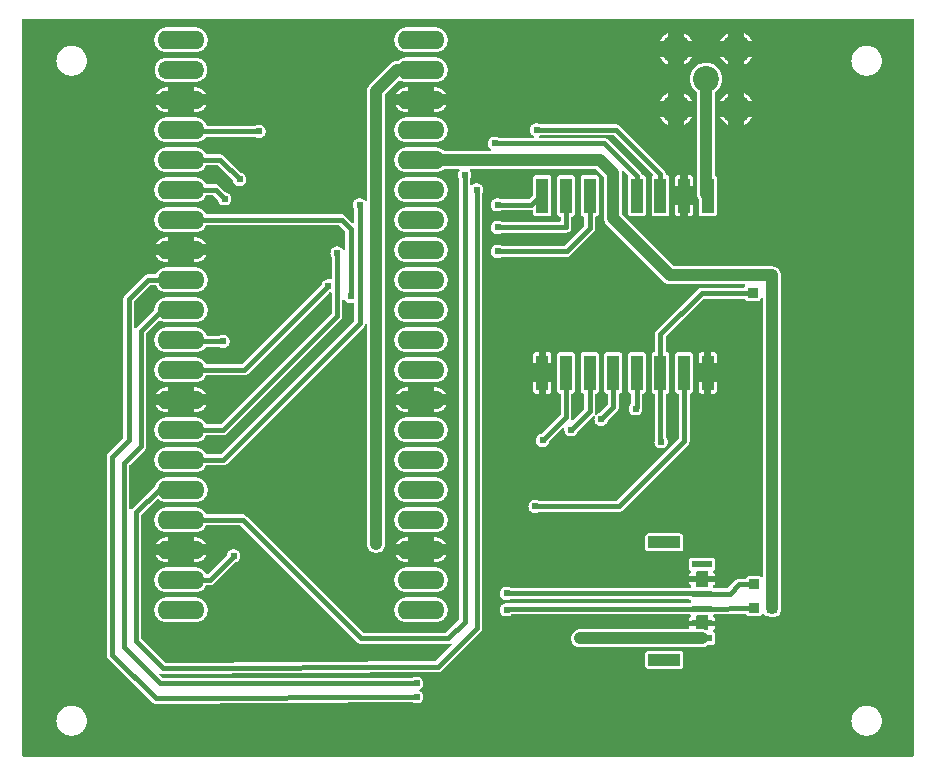
<source format=gtl>
G04 Layer: TopLayer*
G04 EasyEDA v6.5.23, 2023-05-23 22:52:14*
G04 b64d56a2c64b479e9c3a0f4ea2cfd69e,619bf967d5dd4da89e17e2f86567f5d7,10*
G04 Gerber Generator version 0.2*
G04 Scale: 100 percent, Rotated: No, Reflected: No *
G04 Dimensions in millimeters *
G04 leading zeros omitted , absolute positions ,4 integer and 5 decimal *
%FSLAX45Y45*%
%MOMM*%

%AMMACRO1*21,1,$1,$2,0,0,$3*%
%ADD10C,1.0000*%
%ADD11C,0.4000*%
%ADD12MACRO1,0.864X0.8065X90.0000*%
%ADD13MACRO1,0.864X0.8065X0.0000*%
%ADD14R,0.8640X0.8065*%
%ADD15R,1.7000X0.6000*%
%ADD16R,2.7000X1.0000*%
%ADD17O,3.9999919999999998X1.5999968*%
%ADD18O,3.936492X1.524*%
%ADD19R,1.0000X3.0000*%
%ADD20C,2.2000*%
%ADD21C,2.5000*%
%ADD22C,0.6096*%
%ADD23C,0.0146*%

%LPD*%
G36*
X736092Y3125978D02*
G01*
X732180Y3126740D01*
X728929Y3128975D01*
X726694Y3132226D01*
X725932Y3136138D01*
X725932Y9363964D01*
X726694Y9367875D01*
X728929Y9371126D01*
X732180Y9373362D01*
X736092Y9374124D01*
X8263890Y9374124D01*
X8267801Y9373362D01*
X8271052Y9371126D01*
X8273288Y9367875D01*
X8274050Y9363964D01*
X8274050Y3136138D01*
X8273288Y3132226D01*
X8271052Y3128975D01*
X8267801Y3126740D01*
X8263890Y3125978D01*
G37*

%LPC*%
G36*
X7874000Y3301492D02*
G01*
X7889392Y3302457D01*
X7904530Y3305200D01*
X7919212Y3309772D01*
X7933232Y3316122D01*
X7946440Y3324098D01*
X7958531Y3333597D01*
X7969402Y3344468D01*
X7978902Y3356559D01*
X7986877Y3369767D01*
X7993227Y3383787D01*
X7997799Y3398469D01*
X8000542Y3413607D01*
X8001508Y3429000D01*
X8000542Y3444392D01*
X7997799Y3459530D01*
X7993227Y3474212D01*
X7986877Y3488232D01*
X7978902Y3501440D01*
X7969402Y3513531D01*
X7958531Y3524402D01*
X7946440Y3533901D01*
X7933232Y3541877D01*
X7919212Y3548227D01*
X7904530Y3552799D01*
X7889392Y3555542D01*
X7874000Y3556508D01*
X7858607Y3555542D01*
X7843469Y3552799D01*
X7828788Y3548227D01*
X7814767Y3541877D01*
X7801559Y3533901D01*
X7789468Y3524402D01*
X7778597Y3513531D01*
X7769098Y3501440D01*
X7761122Y3488232D01*
X7754772Y3474212D01*
X7750200Y3459530D01*
X7747457Y3444392D01*
X7746492Y3429000D01*
X7747457Y3413607D01*
X7750200Y3398469D01*
X7754772Y3383787D01*
X7761122Y3369767D01*
X7769098Y3356559D01*
X7778597Y3344468D01*
X7789468Y3333597D01*
X7801559Y3324098D01*
X7814767Y3316122D01*
X7828788Y3309772D01*
X7843469Y3305200D01*
X7858607Y3302457D01*
G37*
G36*
X1143000Y3301492D02*
G01*
X1158392Y3302457D01*
X1173530Y3305200D01*
X1188212Y3309772D01*
X1202232Y3316122D01*
X1215440Y3324098D01*
X1227531Y3333597D01*
X1238402Y3344468D01*
X1247902Y3356559D01*
X1255877Y3369767D01*
X1262227Y3383787D01*
X1266799Y3398469D01*
X1269542Y3413607D01*
X1270508Y3429000D01*
X1269542Y3444392D01*
X1266799Y3459530D01*
X1262227Y3474212D01*
X1255877Y3488232D01*
X1247902Y3501440D01*
X1238402Y3513531D01*
X1227531Y3524402D01*
X1215440Y3533901D01*
X1202232Y3541877D01*
X1188212Y3548227D01*
X1173530Y3552799D01*
X1158392Y3555542D01*
X1143000Y3556508D01*
X1127607Y3555542D01*
X1112469Y3552799D01*
X1097788Y3548227D01*
X1083767Y3541877D01*
X1070559Y3533901D01*
X1058468Y3524402D01*
X1047597Y3513531D01*
X1038098Y3501440D01*
X1030122Y3488232D01*
X1023772Y3474212D01*
X1019200Y3459530D01*
X1016457Y3444392D01*
X1015492Y3429000D01*
X1016457Y3413607D01*
X1019200Y3398469D01*
X1023772Y3383787D01*
X1030122Y3369767D01*
X1038098Y3356559D01*
X1047597Y3344468D01*
X1058468Y3333597D01*
X1070559Y3324098D01*
X1083767Y3316122D01*
X1097788Y3309772D01*
X1112469Y3305200D01*
X1127607Y3302457D01*
G37*
G36*
X1854911Y3573576D02*
G01*
X4028744Y3586073D01*
X4031792Y3585616D01*
X4035806Y3583381D01*
X4044746Y3579266D01*
X4054195Y3576726D01*
X4064000Y3575862D01*
X4073804Y3576726D01*
X4083253Y3579266D01*
X4092194Y3583381D01*
X4100220Y3589020D01*
X4107179Y3595979D01*
X4112818Y3604006D01*
X4116933Y3612946D01*
X4119473Y3622395D01*
X4120337Y3632200D01*
X4119473Y3642004D01*
X4116933Y3651453D01*
X4112818Y3660394D01*
X4107179Y3668420D01*
X4100220Y3675379D01*
X4092143Y3681018D01*
X4089450Y3683812D01*
X4087977Y3687419D01*
X4087977Y3691280D01*
X4089450Y3694887D01*
X4092143Y3697681D01*
X4100220Y3703320D01*
X4107179Y3710279D01*
X4112818Y3718306D01*
X4116933Y3727246D01*
X4119473Y3736695D01*
X4120337Y3746500D01*
X4119473Y3756304D01*
X4116933Y3765753D01*
X4112818Y3774694D01*
X4107179Y3782720D01*
X4100220Y3789679D01*
X4092194Y3795318D01*
X4083253Y3799433D01*
X4073804Y3801973D01*
X4064000Y3802837D01*
X4054195Y3801973D01*
X4044746Y3799433D01*
X4035806Y3795318D01*
X4031538Y3792880D01*
X4028490Y3792423D01*
X1915515Y3792423D01*
X1911654Y3793185D01*
X1908352Y3795369D01*
X1889099Y3814622D01*
X1886864Y3818026D01*
X1886102Y3822039D01*
X1886966Y3825951D01*
X1889353Y3829253D01*
X1892807Y3831386D01*
X1896821Y3831996D01*
X1909521Y3828389D01*
X1918411Y3827576D01*
X4243578Y3840327D01*
X4252315Y3841546D01*
X4260342Y3844239D01*
X4267708Y3848354D01*
X4274616Y3854094D01*
X4605680Y4185208D01*
X4611014Y4192270D01*
X4614773Y4199839D01*
X4617059Y4207967D01*
X4617923Y4216857D01*
X4617923Y7889290D01*
X4618380Y7892338D01*
X4620818Y7896606D01*
X4624933Y7905546D01*
X4627473Y7914995D01*
X4628337Y7924800D01*
X4627473Y7934604D01*
X4624933Y7944053D01*
X4620818Y7952994D01*
X4615180Y7961020D01*
X4608220Y7967980D01*
X4600194Y7973618D01*
X4591253Y7977733D01*
X4581804Y7980273D01*
X4572000Y7981137D01*
X4562195Y7980273D01*
X4552746Y7977733D01*
X4543806Y7973618D01*
X4535779Y7967980D01*
X4533646Y7965846D01*
X4530344Y7963611D01*
X4526483Y7962849D01*
X4522571Y7963611D01*
X4519269Y7965846D01*
X4517085Y7969148D01*
X4516323Y7973009D01*
X4516323Y8016290D01*
X4516780Y8019338D01*
X4519218Y8023606D01*
X4523333Y8032546D01*
X4525873Y8041995D01*
X4526737Y8051800D01*
X4525873Y8061604D01*
X4523333Y8071053D01*
X4519218Y8079994D01*
X4514342Y8086902D01*
X4512665Y8090966D01*
X4512868Y8095386D01*
X4514900Y8099247D01*
X4518355Y8101939D01*
X4522673Y8102904D01*
X5577738Y8102904D01*
X5581650Y8102142D01*
X5584952Y8099907D01*
X5650433Y8034426D01*
X5652617Y8031124D01*
X5653379Y8027263D01*
X5653379Y7679334D01*
X5654192Y7670495D01*
X5654598Y7668056D01*
X5656732Y7659420D01*
X5660898Y7648854D01*
X5662015Y7646670D01*
X5666638Y7639050D01*
X5673699Y7630210D01*
X6159398Y7144512D01*
X6168237Y7137450D01*
X6175857Y7132828D01*
X6178042Y7131710D01*
X6186271Y7128306D01*
X6188608Y7127544D01*
X6197244Y7125411D01*
X6199682Y7125004D01*
X6208522Y7124192D01*
X6839203Y7124141D01*
X6843064Y7123379D01*
X6846366Y7121144D01*
X6848551Y7117842D01*
X6849364Y7113981D01*
X6848551Y7110069D01*
X6845401Y7105802D01*
X6841744Y7100011D01*
X6839508Y7097471D01*
X6836511Y7095845D01*
X6833158Y7095286D01*
X6476085Y7095236D01*
X6467348Y7094016D01*
X6459321Y7091324D01*
X6451955Y7087209D01*
X6445046Y7081469D01*
X6095593Y6731965D01*
X6090310Y6724954D01*
X6086551Y6717385D01*
X6084214Y6709206D01*
X6083401Y6700316D01*
X6083401Y6560108D01*
X6082741Y6556451D01*
X6080810Y6553352D01*
X6077915Y6551066D01*
X6073546Y6549898D01*
X6068110Y6548018D01*
X6063183Y6544919D01*
X6059119Y6540804D01*
X6056020Y6535928D01*
X6054090Y6530441D01*
X6053378Y6524142D01*
X6053378Y6225286D01*
X6054090Y6218986D01*
X6056020Y6213500D01*
X6059119Y6208623D01*
X6063183Y6204508D01*
X6068110Y6201410D01*
X6077915Y6198362D01*
X6080810Y6196076D01*
X6082741Y6192977D01*
X6083401Y6189319D01*
X6083401Y5817514D01*
X6082436Y5813247D01*
X6081166Y5810453D01*
X6078626Y5801004D01*
X6077762Y5791200D01*
X6078626Y5781395D01*
X6081166Y5771946D01*
X6085281Y5763006D01*
X6090920Y5754979D01*
X6097879Y5748020D01*
X6105906Y5742381D01*
X6114846Y5738266D01*
X6124295Y5735726D01*
X6134100Y5734862D01*
X6143904Y5735726D01*
X6153353Y5738266D01*
X6162294Y5742381D01*
X6170320Y5748020D01*
X6177280Y5754979D01*
X6182918Y5763006D01*
X6187033Y5771946D01*
X6189573Y5781395D01*
X6190437Y5791200D01*
X6189573Y5801004D01*
X6187033Y5810453D01*
X6182918Y5819394D01*
X6177026Y5827725D01*
X6175654Y5830519D01*
X6175197Y5833567D01*
X6175197Y6189319D01*
X6175857Y6192977D01*
X6177788Y6196076D01*
X6180683Y6198362D01*
X6185052Y6199530D01*
X6190488Y6201410D01*
X6195415Y6204508D01*
X6199479Y6208623D01*
X6202578Y6213500D01*
X6204508Y6218986D01*
X6205220Y6225286D01*
X6205220Y6524142D01*
X6204508Y6530441D01*
X6202578Y6535928D01*
X6199479Y6540804D01*
X6195415Y6544919D01*
X6190488Y6548018D01*
X6180683Y6551066D01*
X6177788Y6553352D01*
X6175857Y6556451D01*
X6175197Y6560108D01*
X6175197Y6677558D01*
X6175959Y6681470D01*
X6178194Y6684772D01*
X6493916Y7000494D01*
X6497218Y7002678D01*
X6501079Y7003440D01*
X6833158Y7003440D01*
X6836511Y7002881D01*
X6839508Y7001256D01*
X6841794Y6998716D01*
X6845401Y6992924D01*
X6849465Y6988860D01*
X6854393Y6985762D01*
X6859828Y6983831D01*
X6866178Y6983120D01*
X6951421Y6983120D01*
X6957771Y6983831D01*
X6963206Y6985762D01*
X6968134Y6988860D01*
X6972198Y6992924D01*
X6975297Y6997852D01*
X6977481Y7004151D01*
X6979564Y7007606D01*
X6982815Y7009993D01*
X6986727Y7010908D01*
X6990740Y7010247D01*
X6994144Y7008063D01*
X6996430Y7004710D01*
X6997242Y7000748D01*
X6997242Y4654194D01*
X6996480Y4650333D01*
X6994245Y4647031D01*
X6990943Y4644847D01*
X6987082Y4644034D01*
X6983171Y4644847D01*
X6978802Y4648098D01*
X6973925Y4651197D01*
X6968439Y4653076D01*
X6962140Y4653788D01*
X6882638Y4653788D01*
X6876288Y4653076D01*
X6870852Y4651197D01*
X6865924Y4648098D01*
X6861860Y4644034D01*
X6858762Y4639106D01*
X6858152Y4637430D01*
X6856018Y4633874D01*
X6852666Y4631436D01*
X6848602Y4630623D01*
X6792722Y4630572D01*
X6783984Y4629353D01*
X6775958Y4626660D01*
X6768592Y4622546D01*
X6761683Y4616805D01*
X6697878Y4553000D01*
X6694576Y4550765D01*
X6690664Y4550003D01*
X6591706Y4550003D01*
X6587845Y4550765D01*
X6584543Y4553000D01*
X6583222Y4554321D01*
X6577330Y4557979D01*
X6574383Y4560824D01*
X6572808Y4564583D01*
X6572808Y4568647D01*
X6574383Y4572406D01*
X6577330Y4575200D01*
X6583222Y4578908D01*
X6587286Y4582972D01*
X6590385Y4587900D01*
X6592316Y4593336D01*
X6593027Y4599686D01*
X6593027Y4607763D01*
X6530949Y4607763D01*
X6530949Y4570171D01*
X6530187Y4566259D01*
X6527952Y4563008D01*
X6524701Y4560773D01*
X6520789Y4560011D01*
X6443421Y4560011D01*
X6439509Y4560773D01*
X6436207Y4563008D01*
X6434023Y4566259D01*
X6433261Y4570171D01*
X6433261Y4607763D01*
X6371183Y4607763D01*
X6371183Y4599686D01*
X6371894Y4593336D01*
X6373825Y4587900D01*
X6376873Y4582972D01*
X6380988Y4578908D01*
X6386880Y4575200D01*
X6389827Y4572355D01*
X6391402Y4568647D01*
X6391402Y4564532D01*
X6389827Y4560824D01*
X6386880Y4557979D01*
X6383629Y4555947D01*
X6381038Y4554829D01*
X6378244Y4554423D01*
X4861509Y4554423D01*
X4858461Y4554880D01*
X4854194Y4557318D01*
X4845253Y4561433D01*
X4835804Y4563973D01*
X4826000Y4564837D01*
X4816195Y4563973D01*
X4806746Y4561433D01*
X4797806Y4557318D01*
X4789779Y4551680D01*
X4782820Y4544720D01*
X4777181Y4536694D01*
X4773066Y4527753D01*
X4770526Y4518304D01*
X4769662Y4508500D01*
X4770526Y4498695D01*
X4773066Y4489246D01*
X4777181Y4480306D01*
X4782820Y4472279D01*
X4789779Y4465320D01*
X4797806Y4459681D01*
X4806746Y4455566D01*
X4816195Y4453026D01*
X4826000Y4452162D01*
X4835804Y4453026D01*
X4845253Y4455566D01*
X4854194Y4459681D01*
X4858461Y4462119D01*
X4861509Y4462576D01*
X6368389Y4462576D01*
X6371691Y4462018D01*
X6374638Y4460443D01*
X6380988Y4453890D01*
X6386880Y4450181D01*
X6389827Y4447387D01*
X6391402Y4443628D01*
X6391402Y4439564D01*
X6389776Y4435805D01*
X6386880Y4433011D01*
X6380988Y4429302D01*
X6379667Y4427982D01*
X6376365Y4425746D01*
X6372453Y4424984D01*
X4836668Y4424984D01*
X4830978Y4424730D01*
X4826000Y4425137D01*
X4816195Y4424273D01*
X4806746Y4421733D01*
X4797806Y4417618D01*
X4789779Y4411980D01*
X4782820Y4405020D01*
X4777181Y4396994D01*
X4773066Y4388053D01*
X4770526Y4378604D01*
X4769662Y4368800D01*
X4770526Y4358995D01*
X4773066Y4349546D01*
X4777181Y4340606D01*
X4782820Y4332579D01*
X4789779Y4325620D01*
X4797806Y4319981D01*
X4806746Y4315866D01*
X4816195Y4313326D01*
X4826000Y4312462D01*
X4835804Y4313326D01*
X4845253Y4315866D01*
X4854194Y4319981D01*
X4862220Y4325620D01*
X4866792Y4330192D01*
X4870094Y4332427D01*
X4873955Y4333189D01*
X6372504Y4333189D01*
X6376365Y4332427D01*
X6379667Y4330192D01*
X6380988Y4328871D01*
X6386880Y4325213D01*
X6389827Y4322368D01*
X6391402Y4318609D01*
X6391402Y4314545D01*
X6389827Y4310786D01*
X6386880Y4307992D01*
X6380988Y4304284D01*
X6376873Y4300220D01*
X6373825Y4295292D01*
X6371894Y4289856D01*
X6371183Y4283506D01*
X6371183Y4275429D01*
X6433261Y4275429D01*
X6433261Y4313021D01*
X6434023Y4316933D01*
X6436207Y4320235D01*
X6439509Y4322419D01*
X6443421Y4323181D01*
X6520789Y4323181D01*
X6524701Y4322419D01*
X6527952Y4320235D01*
X6530187Y4316933D01*
X6530949Y4313021D01*
X6530949Y4275429D01*
X6593027Y4275429D01*
X6593027Y4283506D01*
X6592316Y4289856D01*
X6590385Y4295292D01*
X6587286Y4300220D01*
X6583222Y4304284D01*
X6577330Y4307992D01*
X6574383Y4310837D01*
X6572808Y4314545D01*
X6572808Y4318660D01*
X6574383Y4322368D01*
X6577330Y4325213D01*
X6583222Y4328871D01*
X6585203Y4330903D01*
X6588506Y4333087D01*
X6592366Y4333900D01*
X6848652Y4335221D01*
X6852767Y4334357D01*
X6856171Y4331970D01*
X6858762Y4327093D01*
X6861860Y4322165D01*
X6865924Y4318101D01*
X6870852Y4315002D01*
X6876288Y4313123D01*
X6882638Y4312412D01*
X6962140Y4312412D01*
X6968439Y4313123D01*
X6973925Y4315002D01*
X6978802Y4318101D01*
X6982917Y4322165D01*
X6985965Y4327093D01*
X6988098Y4333138D01*
X6990232Y4336694D01*
X6993636Y4339132D01*
X6997700Y4339945D01*
X7001764Y4339132D01*
X7005167Y4336694D01*
X7007301Y4333138D01*
X7009434Y4327093D01*
X7012482Y4322165D01*
X7016597Y4318101D01*
X7021474Y4315002D01*
X7026960Y4313123D01*
X7033259Y4312412D01*
X7039914Y4312412D01*
X7056272Y4307535D01*
X7067448Y4305808D01*
X7078827Y4305808D01*
X7090003Y4307535D01*
X7100874Y4310888D01*
X7104075Y4312158D01*
X7106361Y4312412D01*
X7112762Y4312412D01*
X7119112Y4313123D01*
X7124547Y4315002D01*
X7129475Y4318101D01*
X7133539Y4322165D01*
X7136638Y4327093D01*
X7138568Y4332528D01*
X7139279Y4338878D01*
X7139584Y4344568D01*
X7141514Y4348581D01*
X7145629Y4359148D01*
X7148169Y4370171D01*
X7149033Y4381855D01*
X7149033Y7199833D01*
X7148830Y7205725D01*
X7148220Y7211364D01*
X7147153Y7216902D01*
X7145680Y7222388D01*
X7143800Y7227773D01*
X7141514Y7232954D01*
X7138873Y7237984D01*
X7135875Y7242809D01*
X7132472Y7247381D01*
X7128764Y7251649D01*
X7124750Y7255662D01*
X7120483Y7259370D01*
X7115911Y7262723D01*
X7111085Y7265771D01*
X7106056Y7268413D01*
X7100874Y7270699D01*
X7095490Y7272578D01*
X7090054Y7274052D01*
X7084466Y7275068D01*
X7078827Y7275728D01*
X7072934Y7275931D01*
X6246825Y7275931D01*
X6242913Y7276693D01*
X6239611Y7278928D01*
X5808116Y7710424D01*
X5805881Y7713776D01*
X5805119Y7717739D01*
X5805170Y8065516D01*
X5804154Y8075422D01*
X5804611Y8079536D01*
X5806643Y8083092D01*
X5809945Y8085581D01*
X5813958Y8086598D01*
X5818022Y8085886D01*
X5821476Y8083600D01*
X5855360Y8049717D01*
X5857341Y8046923D01*
X5858256Y8043672D01*
X5858103Y8040268D01*
X5856020Y8035899D01*
X5854090Y8030413D01*
X5853379Y8024114D01*
X5853379Y7725257D01*
X5854090Y7718958D01*
X5856020Y7713472D01*
X5859119Y7708595D01*
X5863183Y7704480D01*
X5868111Y7701381D01*
X5873546Y7699502D01*
X5879846Y7698790D01*
X5978753Y7698790D01*
X5985052Y7699502D01*
X5990488Y7701381D01*
X5995416Y7704480D01*
X5999480Y7708595D01*
X6002578Y7713472D01*
X6004509Y7718958D01*
X6005220Y7725257D01*
X6005220Y8024114D01*
X6004509Y8030413D01*
X6002578Y8035899D01*
X5999480Y8040776D01*
X5995416Y8044891D01*
X5990488Y8047990D01*
X5985052Y8049869D01*
X5980582Y8050377D01*
X5977077Y8051444D01*
X5974181Y8053679D01*
X5972251Y8056778D01*
X5971387Y8059013D01*
X5967120Y8066633D01*
X5961430Y8073491D01*
X5682691Y8352180D01*
X5675630Y8357514D01*
X5668060Y8361273D01*
X5659932Y8363559D01*
X5651042Y8364423D01*
X5112004Y8364423D01*
X5107736Y8365337D01*
X5104282Y8367979D01*
X5102199Y8371789D01*
X5101945Y8376158D01*
X5103520Y8380222D01*
X5106670Y8383219D01*
X5110175Y8385403D01*
X5112766Y8386521D01*
X5115509Y8386876D01*
X5729884Y8386876D01*
X5733745Y8386114D01*
X5737047Y8383930D01*
X6062472Y8058505D01*
X6064656Y8055203D01*
X6065418Y8051342D01*
X6064656Y8047431D01*
X6062472Y8044180D01*
X6059119Y8040776D01*
X6056020Y8035899D01*
X6054090Y8030413D01*
X6053378Y8024114D01*
X6053378Y7725257D01*
X6054090Y7718958D01*
X6056020Y7713472D01*
X6059119Y7708595D01*
X6063183Y7704480D01*
X6068110Y7701381D01*
X6073546Y7699502D01*
X6079845Y7698790D01*
X6178753Y7698790D01*
X6185052Y7699502D01*
X6190488Y7701381D01*
X6195415Y7704480D01*
X6199479Y7708595D01*
X6202578Y7713472D01*
X6204508Y7718958D01*
X6205220Y7725257D01*
X6205220Y8024114D01*
X6204508Y8030413D01*
X6202578Y8035899D01*
X6199479Y8040776D01*
X6195415Y8044891D01*
X6190488Y8047990D01*
X6179870Y8051444D01*
X6176670Y8054543D01*
X6175095Y8058708D01*
X6173927Y8067090D01*
X6171234Y8075117D01*
X6167120Y8082534D01*
X6161430Y8089392D01*
X5784291Y8466480D01*
X5777230Y8471814D01*
X5769660Y8475573D01*
X5761532Y8477859D01*
X5752642Y8478723D01*
X5115509Y8478723D01*
X5112461Y8479180D01*
X5108194Y8481618D01*
X5099253Y8485733D01*
X5089804Y8488273D01*
X5080000Y8489137D01*
X5070195Y8488273D01*
X5060746Y8485733D01*
X5051806Y8481618D01*
X5043779Y8475980D01*
X5036820Y8469020D01*
X5031181Y8460994D01*
X5027066Y8452053D01*
X5024526Y8442604D01*
X5023662Y8432800D01*
X5024526Y8422995D01*
X5027066Y8413546D01*
X5031181Y8404606D01*
X5036820Y8396579D01*
X5043779Y8389620D01*
X5055463Y8381492D01*
X5057495Y8378139D01*
X5058156Y8374329D01*
X5057343Y8370519D01*
X5055108Y8367318D01*
X5051856Y8365134D01*
X5047996Y8364423D01*
X4759909Y8364423D01*
X4756861Y8364880D01*
X4752594Y8367318D01*
X4743653Y8371433D01*
X4734204Y8373973D01*
X4724400Y8374837D01*
X4714595Y8373973D01*
X4705146Y8371433D01*
X4696206Y8367318D01*
X4688179Y8361680D01*
X4681220Y8354720D01*
X4675581Y8346694D01*
X4671466Y8337753D01*
X4668926Y8328304D01*
X4668062Y8318500D01*
X4668926Y8308695D01*
X4671466Y8299246D01*
X4675581Y8290306D01*
X4681220Y8282279D01*
X4688179Y8275320D01*
X4691227Y8273186D01*
X4694123Y8270087D01*
X4695494Y8266023D01*
X4695088Y8261807D01*
X4693005Y8258098D01*
X4689551Y8255609D01*
X4685436Y8254695D01*
X4299610Y8254695D01*
X4296054Y8255355D01*
X4292904Y8257235D01*
X4286554Y8262823D01*
X4275023Y8270494D01*
X4262628Y8276640D01*
X4249521Y8281060D01*
X4235907Y8283803D01*
X4221784Y8284718D01*
X3982415Y8284718D01*
X3968292Y8283803D01*
X3954678Y8281060D01*
X3941572Y8276640D01*
X3929176Y8270494D01*
X3917645Y8262823D01*
X3907231Y8253679D01*
X3898087Y8243265D01*
X3890416Y8231733D01*
X3884269Y8219338D01*
X3879799Y8206181D01*
X3877106Y8192617D01*
X3876192Y8178800D01*
X3877106Y8164982D01*
X3879799Y8151418D01*
X3884269Y8138261D01*
X3890416Y8125866D01*
X3898087Y8114334D01*
X3907231Y8103920D01*
X3917645Y8094776D01*
X3929176Y8087106D01*
X3941572Y8080959D01*
X3954678Y8076539D01*
X3968292Y8073796D01*
X3982415Y8072881D01*
X4221784Y8072881D01*
X4235907Y8073796D01*
X4249521Y8076539D01*
X4262628Y8080959D01*
X4275023Y8087106D01*
X4286554Y8094776D01*
X4292904Y8100364D01*
X4296054Y8102244D01*
X4299610Y8102904D01*
X4418126Y8102904D01*
X4422444Y8101939D01*
X4425899Y8099247D01*
X4427931Y8095386D01*
X4428134Y8090966D01*
X4426458Y8086902D01*
X4421581Y8079994D01*
X4417466Y8071053D01*
X4414926Y8061604D01*
X4414062Y8051800D01*
X4414926Y8041995D01*
X4417466Y8032546D01*
X4421581Y8023606D01*
X4424019Y8019338D01*
X4424476Y8016290D01*
X4424476Y4290415D01*
X4423714Y4286554D01*
X4421530Y4283252D01*
X4314647Y4176369D01*
X4311345Y4174185D01*
X4307484Y4173423D01*
X3617315Y4173423D01*
X3613454Y4174185D01*
X3610152Y4176369D01*
X2621991Y5164480D01*
X2614930Y5169814D01*
X2607360Y5173573D01*
X2599232Y5175859D01*
X2590342Y5176723D01*
X2291588Y5176723D01*
X2287879Y5177383D01*
X2284730Y5179364D01*
X2274112Y5195265D01*
X2264968Y5205679D01*
X2254554Y5214823D01*
X2243023Y5222494D01*
X2230628Y5228640D01*
X2217521Y5233060D01*
X2203907Y5235803D01*
X2189784Y5236718D01*
X1950415Y5236718D01*
X1936292Y5235803D01*
X1922678Y5233060D01*
X1909572Y5228640D01*
X1897176Y5222494D01*
X1885645Y5214823D01*
X1875231Y5205679D01*
X1866087Y5195265D01*
X1858416Y5183733D01*
X1852269Y5171338D01*
X1847799Y5158181D01*
X1845106Y5144617D01*
X1844192Y5130800D01*
X1845106Y5116982D01*
X1847799Y5103418D01*
X1852269Y5090261D01*
X1858416Y5077866D01*
X1866087Y5066334D01*
X1875231Y5055920D01*
X1885645Y5046776D01*
X1897176Y5039106D01*
X1909572Y5032959D01*
X1922678Y5028539D01*
X1936292Y5025796D01*
X1950415Y5024882D01*
X2189784Y5024882D01*
X2203907Y5025796D01*
X2217521Y5028539D01*
X2230628Y5032959D01*
X2243023Y5039106D01*
X2254554Y5046776D01*
X2264968Y5055920D01*
X2274112Y5066334D01*
X2284730Y5082235D01*
X2287879Y5084216D01*
X2291588Y5084876D01*
X2567584Y5084876D01*
X2571445Y5084114D01*
X2574747Y5081930D01*
X3562908Y4093819D01*
X3569970Y4088485D01*
X3577539Y4084726D01*
X3585667Y4082440D01*
X3594557Y4081576D01*
X4332478Y4081627D01*
X4341215Y4082846D01*
X4348886Y4085437D01*
X4353356Y4085894D01*
X4357573Y4084370D01*
X4360722Y4081119D01*
X4362196Y4076903D01*
X4361688Y4072432D01*
X4359300Y4068622D01*
X4225645Y3934968D01*
X4222343Y3932783D01*
X4218482Y3931970D01*
X1940864Y3919524D01*
X1936953Y3920286D01*
X1933600Y3922522D01*
X1737969Y4118152D01*
X1735785Y4121454D01*
X1735023Y4125315D01*
X1735023Y5171084D01*
X1735785Y5174945D01*
X1737969Y5178247D01*
X1865528Y5305806D01*
X1868678Y5307939D01*
X1872386Y5308752D01*
X1876145Y5308193D01*
X1879396Y5306263D01*
X1885645Y5300776D01*
X1897176Y5293106D01*
X1909572Y5286959D01*
X1922678Y5282539D01*
X1936292Y5279796D01*
X1950415Y5278882D01*
X2189784Y5278882D01*
X2203907Y5279796D01*
X2217521Y5282539D01*
X2230628Y5286959D01*
X2243023Y5293106D01*
X2254554Y5300776D01*
X2264968Y5309920D01*
X2274112Y5320334D01*
X2281783Y5331866D01*
X2287930Y5344261D01*
X2292400Y5357418D01*
X2295093Y5370982D01*
X2296007Y5384800D01*
X2295093Y5398617D01*
X2292400Y5412181D01*
X2287930Y5425338D01*
X2281783Y5437733D01*
X2274112Y5449265D01*
X2264968Y5459679D01*
X2254554Y5468823D01*
X2243023Y5476494D01*
X2230628Y5482640D01*
X2217521Y5487060D01*
X2203907Y5489803D01*
X2189784Y5490718D01*
X1950415Y5490718D01*
X1936292Y5489803D01*
X1922678Y5487060D01*
X1909572Y5482640D01*
X1897176Y5476494D01*
X1885645Y5468823D01*
X1875231Y5459679D01*
X1866087Y5449265D01*
X1858416Y5437733D01*
X1852269Y5425338D01*
X1850440Y5420766D01*
X1847037Y5417159D01*
X1655419Y5225491D01*
X1651660Y5220512D01*
X1648510Y5217769D01*
X1644497Y5216550D01*
X1640332Y5217007D01*
X1636725Y5219141D01*
X1634286Y5222544D01*
X1633423Y5226659D01*
X1633423Y5590184D01*
X1634185Y5594045D01*
X1636369Y5597347D01*
X1760880Y5721908D01*
X1766214Y5728970D01*
X1769973Y5736539D01*
X1772259Y5744667D01*
X1773123Y5753557D01*
X1773123Y6707784D01*
X1773885Y6711645D01*
X1776069Y6714947D01*
X1879904Y6818782D01*
X1882749Y6820763D01*
X1886102Y6821728D01*
X1889556Y6821474D01*
X1892757Y6820052D01*
X1897176Y6817106D01*
X1909572Y6810959D01*
X1922678Y6806539D01*
X1936292Y6803796D01*
X1950415Y6802881D01*
X2189784Y6802881D01*
X2203907Y6803796D01*
X2217521Y6806539D01*
X2230628Y6810959D01*
X2243023Y6817106D01*
X2254554Y6824776D01*
X2264968Y6833920D01*
X2274112Y6844334D01*
X2281783Y6855866D01*
X2287930Y6868261D01*
X2292400Y6881418D01*
X2295093Y6894982D01*
X2296007Y6908800D01*
X2295093Y6922617D01*
X2292400Y6936181D01*
X2287930Y6949338D01*
X2281783Y6961733D01*
X2274112Y6973265D01*
X2264968Y6983679D01*
X2254554Y6992823D01*
X2243023Y7000494D01*
X2230628Y7006640D01*
X2217521Y7011060D01*
X2203907Y7013803D01*
X2189784Y7014718D01*
X1950415Y7014718D01*
X1936292Y7013803D01*
X1922678Y7011060D01*
X1909572Y7006640D01*
X1897176Y7000494D01*
X1885645Y6992823D01*
X1875231Y6983679D01*
X1866087Y6973265D01*
X1858416Y6961733D01*
X1852269Y6949338D01*
X1847799Y6936181D01*
X1845106Y6922617D01*
X1844751Y6917029D01*
X1843887Y6913524D01*
X1841804Y6910527D01*
X1693519Y6762191D01*
X1689760Y6757212D01*
X1686610Y6754469D01*
X1682597Y6753250D01*
X1678432Y6753707D01*
X1674825Y6755841D01*
X1672386Y6759244D01*
X1671523Y6763359D01*
X1671523Y6974484D01*
X1672285Y6978345D01*
X1674469Y6981647D01*
X1806752Y7113930D01*
X1810054Y7116114D01*
X1813915Y7116876D01*
X1848612Y7116876D01*
X1852320Y7116216D01*
X1855470Y7114235D01*
X1866087Y7098334D01*
X1875231Y7087920D01*
X1885645Y7078776D01*
X1897176Y7071106D01*
X1909572Y7064959D01*
X1922678Y7060539D01*
X1936292Y7057796D01*
X1950415Y7056881D01*
X2189784Y7056881D01*
X2203907Y7057796D01*
X2217521Y7060539D01*
X2230628Y7064959D01*
X2243023Y7071106D01*
X2254554Y7078776D01*
X2264968Y7087920D01*
X2274112Y7098334D01*
X2281783Y7109866D01*
X2287930Y7122261D01*
X2292400Y7135418D01*
X2295093Y7148982D01*
X2296007Y7162800D01*
X2295093Y7176617D01*
X2292400Y7190181D01*
X2287930Y7203338D01*
X2281783Y7215733D01*
X2274112Y7227265D01*
X2264968Y7237679D01*
X2254554Y7246823D01*
X2243023Y7254494D01*
X2230628Y7260640D01*
X2217521Y7265060D01*
X2203907Y7267803D01*
X2189784Y7268718D01*
X1950415Y7268718D01*
X1936292Y7267803D01*
X1922678Y7265060D01*
X1909572Y7260640D01*
X1897176Y7254494D01*
X1885645Y7246823D01*
X1875231Y7237679D01*
X1866087Y7227265D01*
X1855470Y7211364D01*
X1852320Y7209383D01*
X1848612Y7208723D01*
X1788922Y7208672D01*
X1780184Y7207453D01*
X1772157Y7204760D01*
X1764792Y7200646D01*
X1757883Y7194905D01*
X1591919Y7028891D01*
X1586585Y7021830D01*
X1582826Y7014260D01*
X1580540Y7006132D01*
X1579676Y6997242D01*
X1579676Y5827115D01*
X1578914Y5823254D01*
X1576730Y5819952D01*
X1452219Y5695391D01*
X1446885Y5688330D01*
X1443126Y5680760D01*
X1440840Y5672632D01*
X1439976Y5663742D01*
X1440027Y3986022D01*
X1441246Y3977284D01*
X1443939Y3969258D01*
X1448054Y3961892D01*
X1453794Y3954983D01*
X1823212Y3585616D01*
X1830273Y3580384D01*
X1837893Y3576624D01*
X1846021Y3574389D01*
G37*
G36*
X6027674Y3868165D02*
G01*
X6296507Y3868165D01*
X6302857Y3868928D01*
X6308293Y3870807D01*
X6313220Y3873906D01*
X6317284Y3877970D01*
X6320383Y3882898D01*
X6322314Y3888333D01*
X6323025Y3894683D01*
X6323025Y3993540D01*
X6322314Y3999839D01*
X6320383Y4005326D01*
X6317284Y4010202D01*
X6313220Y4014317D01*
X6308293Y4017365D01*
X6302857Y4019296D01*
X6296507Y4020007D01*
X6027674Y4020007D01*
X6021374Y4019296D01*
X6015888Y4017365D01*
X6011011Y4014317D01*
X6006896Y4010202D01*
X6003798Y4005326D01*
X6001918Y3999839D01*
X6001207Y3993540D01*
X6001207Y3894683D01*
X6001918Y3888333D01*
X6003798Y3882898D01*
X6006896Y3877970D01*
X6011011Y3873906D01*
X6015888Y3870807D01*
X6021374Y3868928D01*
G37*
G36*
X5448808Y4051604D02*
G01*
X6481826Y4053128D01*
X6493510Y4053992D01*
X6504533Y4056532D01*
X6515100Y4060698D01*
X6524904Y4066387D01*
X6530644Y4070959D01*
X6533642Y4072636D01*
X6536994Y4073194D01*
X6566509Y4073194D01*
X6572859Y4073906D01*
X6578295Y4075836D01*
X6583222Y4078884D01*
X6587286Y4082999D01*
X6590385Y4087876D01*
X6592316Y4093362D01*
X6593027Y4099661D01*
X6593027Y4158538D01*
X6592316Y4164837D01*
X6590385Y4170324D01*
X6587286Y4175201D01*
X6583222Y4179315D01*
X6577330Y4183024D01*
X6574383Y4185818D01*
X6572808Y4189577D01*
X6572808Y4193641D01*
X6574383Y4197400D01*
X6577330Y4200194D01*
X6583222Y4203903D01*
X6587286Y4207967D01*
X6590385Y4212894D01*
X6592316Y4218330D01*
X6593027Y4224680D01*
X6593027Y4232757D01*
X6530949Y4232757D01*
X6530949Y4205782D01*
X6530085Y4201617D01*
X6527596Y4198213D01*
X6523939Y4196130D01*
X6519722Y4195673D01*
X6504330Y4201566D01*
X6493256Y4204055D01*
X6481572Y4204919D01*
X6443421Y4204868D01*
X6439509Y4205630D01*
X6436207Y4207865D01*
X6434023Y4211167D01*
X6433261Y4215028D01*
X6433261Y4232757D01*
X6371183Y4232757D01*
X6371183Y4224680D01*
X6372504Y4214469D01*
X6371590Y4210710D01*
X6369354Y4207560D01*
X6366154Y4205478D01*
X6362344Y4204766D01*
X5448554Y4203395D01*
X5436870Y4202531D01*
X5425846Y4199991D01*
X5415280Y4195826D01*
X5405475Y4190136D01*
X5396585Y4183024D01*
X5388914Y4174744D01*
X5382514Y4165346D01*
X5377637Y4155135D01*
X5374284Y4144264D01*
X5372608Y4133037D01*
X5372658Y4121708D01*
X5374335Y4110482D01*
X5377688Y4099661D01*
X5382666Y4089450D01*
X5389067Y4080103D01*
X5396788Y4071823D01*
X5405628Y4064762D01*
X5415483Y4059072D01*
X5426049Y4054957D01*
X5437124Y4052468D01*
G37*
G36*
X1950415Y4262882D02*
G01*
X2189784Y4262882D01*
X2203907Y4263796D01*
X2217521Y4266539D01*
X2230628Y4270959D01*
X2243023Y4277106D01*
X2254554Y4284776D01*
X2264968Y4293920D01*
X2274112Y4304334D01*
X2281783Y4315866D01*
X2287930Y4328261D01*
X2292400Y4341418D01*
X2295093Y4354982D01*
X2296007Y4368800D01*
X2295093Y4382617D01*
X2292400Y4396181D01*
X2287930Y4409338D01*
X2281783Y4421733D01*
X2274112Y4433265D01*
X2264968Y4443679D01*
X2254554Y4452823D01*
X2243023Y4460494D01*
X2230628Y4466640D01*
X2217521Y4471060D01*
X2203907Y4473803D01*
X2189784Y4474718D01*
X1950415Y4474718D01*
X1936292Y4473803D01*
X1922678Y4471060D01*
X1909572Y4466640D01*
X1897176Y4460494D01*
X1885645Y4452823D01*
X1875231Y4443679D01*
X1866087Y4433265D01*
X1858416Y4421733D01*
X1852269Y4409338D01*
X1847799Y4396181D01*
X1845106Y4382617D01*
X1844192Y4368800D01*
X1845106Y4354982D01*
X1847799Y4341418D01*
X1852269Y4328261D01*
X1858416Y4315866D01*
X1866087Y4304334D01*
X1875231Y4293920D01*
X1885645Y4284776D01*
X1897176Y4277106D01*
X1909572Y4270959D01*
X1922678Y4266539D01*
X1936292Y4263796D01*
G37*
G36*
X3982415Y4262882D02*
G01*
X4221784Y4262882D01*
X4235907Y4263796D01*
X4249521Y4266539D01*
X4262628Y4270959D01*
X4275023Y4277106D01*
X4286554Y4284776D01*
X4296968Y4293920D01*
X4306112Y4304334D01*
X4313783Y4315866D01*
X4319930Y4328261D01*
X4324400Y4341418D01*
X4327093Y4354982D01*
X4328007Y4368800D01*
X4327093Y4382617D01*
X4324400Y4396181D01*
X4319930Y4409338D01*
X4313783Y4421733D01*
X4306112Y4433265D01*
X4296968Y4443679D01*
X4286554Y4452823D01*
X4275023Y4460494D01*
X4262628Y4466640D01*
X4249521Y4471060D01*
X4235907Y4473803D01*
X4221784Y4474718D01*
X3982415Y4474718D01*
X3968292Y4473803D01*
X3954678Y4471060D01*
X3941572Y4466640D01*
X3929176Y4460494D01*
X3917645Y4452823D01*
X3907231Y4443679D01*
X3898087Y4433265D01*
X3890416Y4421733D01*
X3884269Y4409338D01*
X3879799Y4396181D01*
X3877106Y4382617D01*
X3876192Y4368800D01*
X3877106Y4354982D01*
X3879799Y4341418D01*
X3884269Y4328261D01*
X3890416Y4315866D01*
X3898087Y4304334D01*
X3907231Y4293920D01*
X3917645Y4284776D01*
X3929176Y4277106D01*
X3941572Y4270959D01*
X3954678Y4266539D01*
X3968292Y4263796D01*
G37*
G36*
X3982415Y4516882D02*
G01*
X4221784Y4516882D01*
X4235907Y4517796D01*
X4249521Y4520539D01*
X4262628Y4524959D01*
X4275023Y4531106D01*
X4286554Y4538776D01*
X4296968Y4547920D01*
X4306112Y4558334D01*
X4313783Y4569866D01*
X4319930Y4582261D01*
X4324400Y4595418D01*
X4327093Y4608982D01*
X4328007Y4622800D01*
X4327093Y4636617D01*
X4324400Y4650181D01*
X4319930Y4663338D01*
X4313783Y4675733D01*
X4306112Y4687265D01*
X4296968Y4697679D01*
X4286554Y4706823D01*
X4275023Y4714494D01*
X4262628Y4720640D01*
X4249521Y4725060D01*
X4235907Y4727803D01*
X4221784Y4728718D01*
X3982415Y4728718D01*
X3968292Y4727803D01*
X3954678Y4725060D01*
X3941572Y4720640D01*
X3929176Y4714494D01*
X3917645Y4706823D01*
X3907231Y4697679D01*
X3898087Y4687265D01*
X3890416Y4675733D01*
X3884269Y4663338D01*
X3879799Y4650181D01*
X3877106Y4636617D01*
X3876192Y4622800D01*
X3877106Y4608982D01*
X3879799Y4595418D01*
X3884269Y4582261D01*
X3890416Y4569866D01*
X3898087Y4558334D01*
X3907231Y4547920D01*
X3917645Y4538776D01*
X3929176Y4531106D01*
X3941572Y4524959D01*
X3954678Y4520539D01*
X3968292Y4517796D01*
G37*
G36*
X1950415Y4516882D02*
G01*
X2189784Y4516882D01*
X2203907Y4517796D01*
X2217521Y4520539D01*
X2230628Y4524959D01*
X2243023Y4531106D01*
X2254554Y4538776D01*
X2264968Y4547920D01*
X2274112Y4558334D01*
X2284730Y4574235D01*
X2287879Y4576216D01*
X2291537Y4576876D01*
X2313279Y4576927D01*
X2321915Y4578146D01*
X2329942Y4580839D01*
X2337308Y4584954D01*
X2344216Y4590694D01*
X2521966Y4768443D01*
X2524099Y4770069D01*
X2526538Y4771085D01*
X2533853Y4773066D01*
X2542794Y4777181D01*
X2550820Y4782820D01*
X2557780Y4789779D01*
X2563418Y4797806D01*
X2567533Y4806746D01*
X2570073Y4816195D01*
X2570937Y4826000D01*
X2570073Y4835804D01*
X2567533Y4845253D01*
X2563418Y4854194D01*
X2557780Y4862220D01*
X2550820Y4869180D01*
X2542794Y4874818D01*
X2533853Y4878933D01*
X2524404Y4881473D01*
X2514600Y4882337D01*
X2504795Y4881473D01*
X2495346Y4878933D01*
X2486406Y4874818D01*
X2478379Y4869180D01*
X2471420Y4862220D01*
X2465781Y4854194D01*
X2461666Y4845253D01*
X2459685Y4837938D01*
X2458669Y4835499D01*
X2457043Y4833366D01*
X2297633Y4673955D01*
X2293874Y4671568D01*
X2289454Y4671009D01*
X2285187Y4672380D01*
X2281986Y4675479D01*
X2274112Y4687265D01*
X2264968Y4697679D01*
X2254554Y4706823D01*
X2243023Y4714494D01*
X2230628Y4720640D01*
X2217521Y4725060D01*
X2203907Y4727803D01*
X2189784Y4728718D01*
X1950415Y4728718D01*
X1936292Y4727803D01*
X1922678Y4725060D01*
X1909572Y4720640D01*
X1897176Y4714494D01*
X1885645Y4706823D01*
X1875231Y4697679D01*
X1866087Y4687265D01*
X1858416Y4675733D01*
X1852269Y4663338D01*
X1847799Y4650181D01*
X1845106Y4636617D01*
X1844192Y4622800D01*
X1845106Y4608982D01*
X1847799Y4595418D01*
X1852269Y4582261D01*
X1858416Y4569866D01*
X1866087Y4558334D01*
X1875231Y4547920D01*
X1885645Y4538776D01*
X1897176Y4531106D01*
X1909572Y4524959D01*
X1922678Y4520539D01*
X1936292Y4517796D01*
G37*
G36*
X6371183Y4650435D02*
G01*
X6433261Y4650435D01*
X6433261Y4688027D01*
X6434023Y4691938D01*
X6436207Y4695240D01*
X6439509Y4697425D01*
X6443421Y4698187D01*
X6520789Y4698187D01*
X6524701Y4697425D01*
X6527952Y4695240D01*
X6530187Y4691938D01*
X6530949Y4688027D01*
X6530949Y4650435D01*
X6593027Y4650435D01*
X6593027Y4658512D01*
X6592316Y4664862D01*
X6590385Y4670298D01*
X6587286Y4675225D01*
X6583222Y4679289D01*
X6577330Y4682998D01*
X6574383Y4685842D01*
X6572808Y4689551D01*
X6572808Y4693666D01*
X6574383Y4697374D01*
X6577330Y4700219D01*
X6583222Y4703876D01*
X6587286Y4707991D01*
X6590385Y4712868D01*
X6592316Y4718354D01*
X6593027Y4724654D01*
X6593027Y4783531D01*
X6592316Y4789830D01*
X6590385Y4795316D01*
X6587286Y4800193D01*
X6583222Y4804308D01*
X6578295Y4807407D01*
X6572859Y4809286D01*
X6566509Y4809998D01*
X6397650Y4809998D01*
X6391351Y4809286D01*
X6385864Y4807407D01*
X6380988Y4804308D01*
X6376873Y4800193D01*
X6373825Y4795316D01*
X6371894Y4789830D01*
X6371183Y4783531D01*
X6371183Y4724654D01*
X6371894Y4718354D01*
X6373825Y4712868D01*
X6376873Y4707991D01*
X6380988Y4703876D01*
X6386880Y4700168D01*
X6389827Y4697374D01*
X6391402Y4693615D01*
X6391402Y4689551D01*
X6389776Y4685792D01*
X6386880Y4682998D01*
X6380988Y4679289D01*
X6376873Y4675225D01*
X6373825Y4670298D01*
X6371894Y4664862D01*
X6371183Y4658512D01*
G37*
G36*
X1950415Y4770882D02*
G01*
X1963775Y4770882D01*
X1963775Y4830470D01*
X1855165Y4830470D01*
X1858416Y4823866D01*
X1866087Y4812334D01*
X1875231Y4801920D01*
X1885645Y4792776D01*
X1897176Y4785106D01*
X1909572Y4778959D01*
X1922678Y4774539D01*
X1936292Y4771796D01*
G37*
G36*
X3982415Y4770882D02*
G01*
X3995775Y4770882D01*
X3995775Y4830470D01*
X3887165Y4830470D01*
X3890416Y4823866D01*
X3898087Y4812334D01*
X3907231Y4801920D01*
X3917645Y4792776D01*
X3929176Y4785106D01*
X3941572Y4778959D01*
X3954678Y4774539D01*
X3968292Y4771796D01*
G37*
G36*
X2176475Y4770882D02*
G01*
X2189784Y4770882D01*
X2203907Y4771796D01*
X2217521Y4774539D01*
X2230628Y4778959D01*
X2243023Y4785106D01*
X2254554Y4792776D01*
X2264968Y4801920D01*
X2274112Y4812334D01*
X2281783Y4823866D01*
X2285034Y4830470D01*
X2176475Y4830470D01*
G37*
G36*
X4208475Y4770882D02*
G01*
X4221784Y4770882D01*
X4235907Y4771796D01*
X4249521Y4774539D01*
X4262628Y4778959D01*
X4275023Y4785106D01*
X4286554Y4792776D01*
X4296968Y4801920D01*
X4306112Y4812334D01*
X4313783Y4823866D01*
X4317034Y4830470D01*
X4208475Y4830470D01*
G37*
G36*
X3715410Y4851908D02*
G01*
X3726789Y4851908D01*
X3737965Y4853635D01*
X3748836Y4856988D01*
X3759047Y4861864D01*
X3768394Y4868265D01*
X3776726Y4875987D01*
X3783787Y4884877D01*
X3789476Y4894681D01*
X3793591Y4905248D01*
X3796131Y4916271D01*
X3796995Y4927955D01*
X3796995Y8727338D01*
X3797757Y8731250D01*
X3799992Y8734552D01*
X3914495Y8849055D01*
X3917340Y8851036D01*
X3920693Y8852001D01*
X3924147Y8851747D01*
X3927348Y8850325D01*
X3929176Y8849106D01*
X3941572Y8842959D01*
X3954678Y8838539D01*
X3968292Y8835796D01*
X3982415Y8834882D01*
X4221784Y8834882D01*
X4235907Y8835796D01*
X4249521Y8838539D01*
X4262628Y8842959D01*
X4275023Y8849106D01*
X4286554Y8856776D01*
X4296968Y8865920D01*
X4306112Y8876334D01*
X4313783Y8887866D01*
X4319930Y8900261D01*
X4324400Y8913418D01*
X4327093Y8926982D01*
X4328007Y8940800D01*
X4327093Y8954617D01*
X4324400Y8968181D01*
X4319930Y8981338D01*
X4313783Y8993733D01*
X4306112Y9005265D01*
X4296968Y9015679D01*
X4286554Y9024823D01*
X4275023Y9032494D01*
X4262628Y9038640D01*
X4249521Y9043060D01*
X4235907Y9045803D01*
X4221784Y9046718D01*
X3982415Y9046718D01*
X3968292Y9045803D01*
X3954678Y9043060D01*
X3941572Y9038640D01*
X3929176Y9032494D01*
X3917645Y9024823D01*
X3911295Y9019235D01*
X3908196Y9017355D01*
X3904640Y9016695D01*
X3896207Y9016644D01*
X3887419Y9015831D01*
X3884980Y9015425D01*
X3876344Y9013291D01*
X3874008Y9012529D01*
X3865778Y9009126D01*
X3863594Y9008008D01*
X3855974Y9003385D01*
X3847134Y8996324D01*
X3665575Y8814765D01*
X3658514Y8805926D01*
X3653891Y8798306D01*
X3652774Y8796121D01*
X3649370Y8787892D01*
X3648608Y8785555D01*
X3646474Y8776919D01*
X3646068Y8774480D01*
X3645255Y8765641D01*
X3645204Y7836763D01*
X3644290Y7832648D01*
X3641801Y7829194D01*
X3638092Y7827111D01*
X3633876Y7826705D01*
X3629812Y7828076D01*
X3626713Y7830972D01*
X3624579Y7834020D01*
X3617620Y7840980D01*
X3609594Y7846618D01*
X3600653Y7850733D01*
X3591204Y7853273D01*
X3581400Y7854137D01*
X3571595Y7853273D01*
X3562146Y7850733D01*
X3553206Y7846618D01*
X3545179Y7840980D01*
X3538220Y7834020D01*
X3532581Y7825994D01*
X3528466Y7817053D01*
X3525926Y7807604D01*
X3525062Y7797800D01*
X3525926Y7787995D01*
X3528466Y7778546D01*
X3532581Y7769606D01*
X3535019Y7765338D01*
X3535476Y7762290D01*
X3535476Y7653781D01*
X3534714Y7649870D01*
X3532530Y7646568D01*
X3529228Y7644384D01*
X3525316Y7643622D01*
X3521456Y7644384D01*
X3518154Y7646568D01*
X3460191Y7704480D01*
X3453129Y7709814D01*
X3445560Y7713573D01*
X3437432Y7715859D01*
X3428542Y7716723D01*
X2291588Y7716723D01*
X2287879Y7717383D01*
X2284730Y7719364D01*
X2274112Y7735265D01*
X2264968Y7745679D01*
X2254554Y7754823D01*
X2243023Y7762494D01*
X2230628Y7768640D01*
X2217521Y7773060D01*
X2203907Y7775803D01*
X2189784Y7776718D01*
X1950415Y7776718D01*
X1936292Y7775803D01*
X1922678Y7773060D01*
X1909572Y7768640D01*
X1897176Y7762494D01*
X1885645Y7754823D01*
X1875231Y7745679D01*
X1866087Y7735265D01*
X1858416Y7723733D01*
X1852269Y7711338D01*
X1847799Y7698181D01*
X1845106Y7684617D01*
X1844192Y7670800D01*
X1845106Y7656982D01*
X1847799Y7643418D01*
X1852269Y7630261D01*
X1858416Y7617866D01*
X1866087Y7606334D01*
X1875231Y7595920D01*
X1885645Y7586776D01*
X1897176Y7579106D01*
X1909572Y7572959D01*
X1922678Y7568539D01*
X1936292Y7565796D01*
X1950415Y7564881D01*
X2189784Y7564881D01*
X2203907Y7565796D01*
X2217521Y7568539D01*
X2230628Y7572959D01*
X2243023Y7579106D01*
X2254554Y7586776D01*
X2264968Y7595920D01*
X2274112Y7606334D01*
X2284730Y7622235D01*
X2287879Y7624216D01*
X2291588Y7624876D01*
X3405784Y7624876D01*
X3409645Y7624114D01*
X3412947Y7621930D01*
X3456330Y7578547D01*
X3458514Y7575245D01*
X3459276Y7571384D01*
X3459276Y7423403D01*
X3458565Y7419543D01*
X3456381Y7416292D01*
X3453180Y7414056D01*
X3449370Y7413244D01*
X3445560Y7413904D01*
X3442208Y7415936D01*
X3434079Y7427620D01*
X3427120Y7434580D01*
X3419094Y7440218D01*
X3410153Y7444333D01*
X3400704Y7446873D01*
X3390900Y7447737D01*
X3381095Y7446873D01*
X3371646Y7444333D01*
X3362706Y7440218D01*
X3354679Y7434580D01*
X3347720Y7427620D01*
X3342081Y7419594D01*
X3337966Y7410653D01*
X3335426Y7401204D01*
X3334562Y7391400D01*
X3335426Y7381595D01*
X3337966Y7372146D01*
X3342081Y7363206D01*
X3344519Y7358938D01*
X3344976Y7355890D01*
X3344976Y7175246D01*
X3344316Y7171588D01*
X3342386Y7168438D01*
X3339439Y7166203D01*
X3335883Y7165136D01*
X3332226Y7165441D01*
X3324504Y7167473D01*
X3314700Y7168337D01*
X3304895Y7167473D01*
X3295446Y7164933D01*
X3286506Y7160818D01*
X3278479Y7155180D01*
X3271520Y7148220D01*
X3265881Y7140194D01*
X3261766Y7131253D01*
X3259785Y7123938D01*
X3258769Y7121499D01*
X3257143Y7119366D01*
X2587447Y6449669D01*
X2584145Y6447485D01*
X2580284Y6446723D01*
X2291588Y6446723D01*
X2287879Y6447383D01*
X2284730Y6449364D01*
X2274112Y6465265D01*
X2264968Y6475679D01*
X2254554Y6484823D01*
X2243023Y6492494D01*
X2230628Y6498640D01*
X2217521Y6503060D01*
X2203907Y6505803D01*
X2189784Y6506718D01*
X1950415Y6506718D01*
X1936292Y6505803D01*
X1922678Y6503060D01*
X1909572Y6498640D01*
X1897176Y6492494D01*
X1885645Y6484823D01*
X1875231Y6475679D01*
X1866087Y6465265D01*
X1858416Y6453733D01*
X1852269Y6441338D01*
X1847799Y6428181D01*
X1845106Y6414617D01*
X1844192Y6400800D01*
X1845106Y6386982D01*
X1847799Y6373418D01*
X1852269Y6360261D01*
X1858416Y6347866D01*
X1866087Y6336334D01*
X1875231Y6325920D01*
X1885645Y6316776D01*
X1897176Y6309106D01*
X1909572Y6302959D01*
X1922678Y6298539D01*
X1936292Y6295796D01*
X1950415Y6294882D01*
X2189784Y6294882D01*
X2203907Y6295796D01*
X2217521Y6298539D01*
X2230628Y6302959D01*
X2243023Y6309106D01*
X2254554Y6316776D01*
X2264968Y6325920D01*
X2274112Y6336334D01*
X2284730Y6352235D01*
X2287879Y6354216D01*
X2291588Y6354876D01*
X2605278Y6354927D01*
X2614015Y6356146D01*
X2622042Y6358839D01*
X2629408Y6362954D01*
X2636316Y6368694D01*
X3322065Y7054443D01*
X3324199Y7056069D01*
X3326637Y7057085D01*
X3332226Y7058558D01*
X3335883Y7058863D01*
X3339439Y7057796D01*
X3342386Y7055561D01*
X3344316Y7052411D01*
X3344976Y7048753D01*
X3344976Y6881215D01*
X3344214Y6877354D01*
X3342030Y6874052D01*
X2409647Y5941669D01*
X2406345Y5939485D01*
X2402484Y5938723D01*
X2291588Y5938723D01*
X2287879Y5939383D01*
X2284730Y5941364D01*
X2274112Y5957265D01*
X2264968Y5967679D01*
X2254554Y5976823D01*
X2243023Y5984494D01*
X2230628Y5990640D01*
X2217521Y5995060D01*
X2203907Y5997803D01*
X2189784Y5998718D01*
X1950415Y5998718D01*
X1936292Y5997803D01*
X1922678Y5995060D01*
X1909572Y5990640D01*
X1897176Y5984494D01*
X1885645Y5976823D01*
X1875231Y5967679D01*
X1866087Y5957265D01*
X1858416Y5945733D01*
X1852269Y5933338D01*
X1847799Y5920181D01*
X1845106Y5906617D01*
X1844192Y5892800D01*
X1845106Y5878982D01*
X1847799Y5865418D01*
X1852269Y5852261D01*
X1858416Y5839866D01*
X1866087Y5828334D01*
X1875231Y5817920D01*
X1885645Y5808776D01*
X1897176Y5801106D01*
X1909572Y5794959D01*
X1922678Y5790539D01*
X1936292Y5787796D01*
X1950415Y5786882D01*
X2189784Y5786882D01*
X2203907Y5787796D01*
X2217521Y5790539D01*
X2230628Y5794959D01*
X2243023Y5801106D01*
X2254554Y5808776D01*
X2264968Y5817920D01*
X2274112Y5828334D01*
X2284730Y5844235D01*
X2287879Y5846216D01*
X2291588Y5846876D01*
X2427478Y5846927D01*
X2436215Y5848146D01*
X2444242Y5850839D01*
X2451608Y5854954D01*
X2458516Y5860694D01*
X3424580Y6826808D01*
X3429914Y6833870D01*
X3433673Y6841439D01*
X3435959Y6849567D01*
X3436823Y6858457D01*
X3436823Y6991096D01*
X3437534Y6994956D01*
X3439718Y6998208D01*
X3442919Y7000443D01*
X3446729Y7001256D01*
X3450539Y7000595D01*
X3453892Y6998563D01*
X3462020Y6986879D01*
X3468979Y6979920D01*
X3477006Y6974281D01*
X3485946Y6970166D01*
X3495395Y6967626D01*
X3505200Y6966762D01*
X3515004Y6967626D01*
X3522726Y6969658D01*
X3526383Y6969963D01*
X3529939Y6968896D01*
X3532886Y6966661D01*
X3534816Y6963511D01*
X3535476Y6959853D01*
X3535476Y6817715D01*
X3534714Y6813854D01*
X3532530Y6810552D01*
X2409647Y5687669D01*
X2406345Y5685485D01*
X2402484Y5684723D01*
X2291588Y5684723D01*
X2287879Y5685383D01*
X2284730Y5687364D01*
X2274112Y5703265D01*
X2264968Y5713679D01*
X2254554Y5722823D01*
X2243023Y5730494D01*
X2230628Y5736640D01*
X2217521Y5741060D01*
X2203907Y5743803D01*
X2189784Y5744718D01*
X1950415Y5744718D01*
X1936292Y5743803D01*
X1922678Y5741060D01*
X1909572Y5736640D01*
X1897176Y5730494D01*
X1885645Y5722823D01*
X1875231Y5713679D01*
X1866087Y5703265D01*
X1858416Y5691733D01*
X1852269Y5679338D01*
X1847799Y5666181D01*
X1845106Y5652617D01*
X1844192Y5638800D01*
X1845106Y5624982D01*
X1847799Y5611418D01*
X1852269Y5598261D01*
X1858416Y5585866D01*
X1866087Y5574334D01*
X1875231Y5563920D01*
X1885645Y5554776D01*
X1897176Y5547106D01*
X1909572Y5540959D01*
X1922678Y5536539D01*
X1936292Y5533796D01*
X1950415Y5532882D01*
X2189784Y5532882D01*
X2203907Y5533796D01*
X2217521Y5536539D01*
X2230628Y5540959D01*
X2243023Y5547106D01*
X2254554Y5554776D01*
X2264968Y5563920D01*
X2274112Y5574334D01*
X2284730Y5590235D01*
X2287879Y5592216D01*
X2291588Y5592876D01*
X2427478Y5592927D01*
X2436215Y5594146D01*
X2444242Y5596839D01*
X2451608Y5600954D01*
X2458516Y5606694D01*
X3615080Y6763308D01*
X3620414Y6770370D01*
X3624173Y6777939D01*
X3625240Y6781749D01*
X3627170Y6785406D01*
X3630371Y6788048D01*
X3634384Y6789115D01*
X3638448Y6788556D01*
X3641953Y6786422D01*
X3644341Y6783019D01*
X3645204Y6779006D01*
X3645204Y4927955D01*
X3646068Y4916271D01*
X3648608Y4905248D01*
X3652723Y4894681D01*
X3658412Y4884877D01*
X3665474Y4875987D01*
X3673805Y4868265D01*
X3683152Y4861864D01*
X3693363Y4856988D01*
X3704234Y4853635D01*
G37*
G36*
X6027674Y4863185D02*
G01*
X6296507Y4863185D01*
X6302857Y4863896D01*
X6308293Y4865827D01*
X6313220Y4868875D01*
X6317284Y4872990D01*
X6320383Y4877866D01*
X6322314Y4883353D01*
X6323025Y4889652D01*
X6323025Y4988509D01*
X6322314Y4994859D01*
X6320383Y5000294D01*
X6317284Y5005222D01*
X6313220Y5009286D01*
X6308293Y5012385D01*
X6302857Y5014315D01*
X6296507Y5015026D01*
X6027674Y5015026D01*
X6021374Y5014315D01*
X6015888Y5012385D01*
X6011011Y5009286D01*
X6006896Y5005222D01*
X6003798Y5000294D01*
X6001918Y4994859D01*
X6001207Y4988509D01*
X6001207Y4889652D01*
X6001918Y4883353D01*
X6003798Y4877866D01*
X6006896Y4872990D01*
X6011011Y4868875D01*
X6015888Y4865827D01*
X6021374Y4863896D01*
G37*
G36*
X2176475Y4923129D02*
G01*
X2285034Y4923129D01*
X2281783Y4929733D01*
X2274112Y4941265D01*
X2264968Y4951679D01*
X2254554Y4960823D01*
X2243023Y4968494D01*
X2230628Y4974640D01*
X2217521Y4979060D01*
X2203907Y4981803D01*
X2189784Y4982718D01*
X2176475Y4982718D01*
G37*
G36*
X1855165Y4923129D02*
G01*
X1963775Y4923129D01*
X1963775Y4982718D01*
X1950415Y4982718D01*
X1936292Y4981803D01*
X1922678Y4979060D01*
X1909572Y4974640D01*
X1897176Y4968494D01*
X1885645Y4960823D01*
X1875231Y4951679D01*
X1866087Y4941265D01*
X1858416Y4929733D01*
G37*
G36*
X3887165Y4923129D02*
G01*
X3995775Y4923129D01*
X3995775Y4982718D01*
X3982415Y4982718D01*
X3968292Y4981803D01*
X3954678Y4979060D01*
X3941572Y4974640D01*
X3929176Y4968494D01*
X3917645Y4960823D01*
X3907231Y4951679D01*
X3898087Y4941265D01*
X3890416Y4929733D01*
G37*
G36*
X4208475Y4923129D02*
G01*
X4317034Y4923129D01*
X4313783Y4929733D01*
X4306112Y4941265D01*
X4296968Y4951679D01*
X4286554Y4960823D01*
X4275023Y4968494D01*
X4262628Y4974640D01*
X4249521Y4979060D01*
X4235907Y4981803D01*
X4221784Y4982718D01*
X4208475Y4982718D01*
G37*
G36*
X3982415Y5024882D02*
G01*
X4221784Y5024882D01*
X4235907Y5025796D01*
X4249521Y5028539D01*
X4262628Y5032959D01*
X4275023Y5039106D01*
X4286554Y5046776D01*
X4296968Y5055920D01*
X4306112Y5066334D01*
X4313783Y5077866D01*
X4319930Y5090261D01*
X4324400Y5103418D01*
X4327093Y5116982D01*
X4328007Y5130800D01*
X4327093Y5144617D01*
X4324400Y5158181D01*
X4319930Y5171338D01*
X4313783Y5183733D01*
X4306112Y5195265D01*
X4296968Y5205679D01*
X4286554Y5214823D01*
X4275023Y5222494D01*
X4262628Y5228640D01*
X4249521Y5233060D01*
X4235907Y5235803D01*
X4221784Y5236718D01*
X3982415Y5236718D01*
X3968292Y5235803D01*
X3954678Y5233060D01*
X3941572Y5228640D01*
X3929176Y5222494D01*
X3917645Y5214823D01*
X3907231Y5205679D01*
X3898087Y5195265D01*
X3890416Y5183733D01*
X3884269Y5171338D01*
X3879799Y5158181D01*
X3877106Y5144617D01*
X3876192Y5130800D01*
X3877106Y5116982D01*
X3879799Y5103418D01*
X3884269Y5090261D01*
X3890416Y5077866D01*
X3898087Y5066334D01*
X3907231Y5055920D01*
X3917645Y5046776D01*
X3929176Y5039106D01*
X3941572Y5032959D01*
X3954678Y5028539D01*
X3968292Y5025796D01*
G37*
G36*
X5067300Y5188762D02*
G01*
X5077104Y5189626D01*
X5086553Y5192166D01*
X5095494Y5196281D01*
X5099761Y5198719D01*
X5102809Y5199176D01*
X5780278Y5199227D01*
X5789015Y5200446D01*
X5797042Y5203139D01*
X5804408Y5207254D01*
X5811316Y5212994D01*
X6363004Y5764733D01*
X6368288Y5771743D01*
X6372047Y5779312D01*
X6374384Y5787491D01*
X6375196Y5796381D01*
X6375196Y6189319D01*
X6375857Y6192977D01*
X6377787Y6196076D01*
X6380683Y6198362D01*
X6385052Y6199530D01*
X6390487Y6201410D01*
X6395415Y6204508D01*
X6399479Y6208623D01*
X6402578Y6213500D01*
X6404508Y6218986D01*
X6405219Y6225286D01*
X6405219Y6524142D01*
X6404508Y6530441D01*
X6402578Y6535928D01*
X6399479Y6540804D01*
X6395415Y6544919D01*
X6390487Y6548018D01*
X6385052Y6549898D01*
X6378752Y6550609D01*
X6279845Y6550609D01*
X6273546Y6549898D01*
X6268110Y6548018D01*
X6263182Y6544919D01*
X6259118Y6540804D01*
X6256020Y6535928D01*
X6254089Y6530441D01*
X6253378Y6524142D01*
X6253378Y6225286D01*
X6254089Y6218986D01*
X6256020Y6213500D01*
X6259118Y6208623D01*
X6263182Y6204508D01*
X6268110Y6201410D01*
X6277914Y6198362D01*
X6280810Y6196076D01*
X6282740Y6192977D01*
X6283401Y6189319D01*
X6283401Y5819140D01*
X6282639Y5815228D01*
X6280404Y5811926D01*
X5762447Y5293969D01*
X5759145Y5291785D01*
X5755284Y5291023D01*
X5102809Y5291023D01*
X5099761Y5291480D01*
X5095494Y5293918D01*
X5086553Y5298033D01*
X5077104Y5300573D01*
X5067300Y5301437D01*
X5057495Y5300573D01*
X5048046Y5298033D01*
X5039106Y5293918D01*
X5031079Y5288280D01*
X5024120Y5281320D01*
X5018481Y5273294D01*
X5014366Y5264353D01*
X5011826Y5254904D01*
X5010962Y5245100D01*
X5011826Y5235295D01*
X5014366Y5225846D01*
X5018481Y5216906D01*
X5024120Y5208879D01*
X5031079Y5201920D01*
X5039106Y5196281D01*
X5048046Y5192166D01*
X5057495Y5189626D01*
G37*
G36*
X3982415Y5278882D02*
G01*
X4221784Y5278882D01*
X4235907Y5279796D01*
X4249521Y5282539D01*
X4262628Y5286959D01*
X4275023Y5293106D01*
X4286554Y5300776D01*
X4296968Y5309920D01*
X4306112Y5320334D01*
X4313783Y5331866D01*
X4319930Y5344261D01*
X4324400Y5357418D01*
X4327093Y5370982D01*
X4328007Y5384800D01*
X4327093Y5398617D01*
X4324400Y5412181D01*
X4319930Y5425338D01*
X4313783Y5437733D01*
X4306112Y5449265D01*
X4296968Y5459679D01*
X4286554Y5468823D01*
X4275023Y5476494D01*
X4262628Y5482640D01*
X4249521Y5487060D01*
X4235907Y5489803D01*
X4221784Y5490718D01*
X3982415Y5490718D01*
X3968292Y5489803D01*
X3954678Y5487060D01*
X3941572Y5482640D01*
X3929176Y5476494D01*
X3917645Y5468823D01*
X3907231Y5459679D01*
X3898087Y5449265D01*
X3890416Y5437733D01*
X3884269Y5425338D01*
X3879799Y5412181D01*
X3877106Y5398617D01*
X3876192Y5384800D01*
X3877106Y5370982D01*
X3879799Y5357418D01*
X3884269Y5344261D01*
X3890416Y5331866D01*
X3898087Y5320334D01*
X3907231Y5309920D01*
X3917645Y5300776D01*
X3929176Y5293106D01*
X3941572Y5286959D01*
X3954678Y5282539D01*
X3968292Y5279796D01*
G37*
G36*
X3982415Y5532882D02*
G01*
X4221784Y5532882D01*
X4235907Y5533796D01*
X4249521Y5536539D01*
X4262628Y5540959D01*
X4275023Y5547106D01*
X4286554Y5554776D01*
X4296968Y5563920D01*
X4306112Y5574334D01*
X4313783Y5585866D01*
X4319930Y5598261D01*
X4324400Y5611418D01*
X4327093Y5624982D01*
X4328007Y5638800D01*
X4327093Y5652617D01*
X4324400Y5666181D01*
X4319930Y5679338D01*
X4313783Y5691733D01*
X4306112Y5703265D01*
X4296968Y5713679D01*
X4286554Y5722823D01*
X4275023Y5730494D01*
X4262628Y5736640D01*
X4249521Y5741060D01*
X4235907Y5743803D01*
X4221784Y5744718D01*
X3982415Y5744718D01*
X3968292Y5743803D01*
X3954678Y5741060D01*
X3941572Y5736640D01*
X3929176Y5730494D01*
X3917645Y5722823D01*
X3907231Y5713679D01*
X3898087Y5703265D01*
X3890416Y5691733D01*
X3884269Y5679338D01*
X3879799Y5666181D01*
X3877106Y5652617D01*
X3876192Y5638800D01*
X3877106Y5624982D01*
X3879799Y5611418D01*
X3884269Y5598261D01*
X3890416Y5585866D01*
X3898087Y5574334D01*
X3907231Y5563920D01*
X3917645Y5554776D01*
X3929176Y5547106D01*
X3941572Y5540959D01*
X3954678Y5536539D01*
X3968292Y5533796D01*
G37*
G36*
X5130800Y5747562D02*
G01*
X5140604Y5748426D01*
X5150053Y5750966D01*
X5158994Y5755081D01*
X5167020Y5760720D01*
X5173980Y5767679D01*
X5179618Y5775706D01*
X5183733Y5784646D01*
X5185714Y5791962D01*
X5186730Y5794400D01*
X5188356Y5796534D01*
X5298998Y5907176D01*
X5302453Y5909411D01*
X5306466Y5910122D01*
X5310479Y5909208D01*
X5313781Y5906719D01*
X5315813Y5903163D01*
X5316321Y5899099D01*
X5315762Y5892800D01*
X5316626Y5882995D01*
X5319166Y5873546D01*
X5323281Y5864606D01*
X5328920Y5856579D01*
X5335879Y5849620D01*
X5343906Y5843981D01*
X5352846Y5839866D01*
X5362295Y5837326D01*
X5372100Y5836462D01*
X5381904Y5837326D01*
X5391353Y5839866D01*
X5400294Y5843981D01*
X5408320Y5849620D01*
X5415280Y5856579D01*
X5420918Y5864606D01*
X5425033Y5873546D01*
X5427014Y5880862D01*
X5428030Y5883300D01*
X5429656Y5885434D01*
X5556808Y6012586D01*
X5560161Y6014821D01*
X5564124Y6015583D01*
X5568086Y6014720D01*
X5571388Y6012434D01*
X5573522Y6009030D01*
X5574182Y6005017D01*
X5570626Y5991504D01*
X5569762Y5981700D01*
X5570626Y5971895D01*
X5573166Y5962446D01*
X5577281Y5953506D01*
X5582920Y5945479D01*
X5589879Y5938520D01*
X5597906Y5932881D01*
X5606846Y5928766D01*
X5616295Y5926226D01*
X5626100Y5925362D01*
X5635904Y5926226D01*
X5645353Y5928766D01*
X5654294Y5932881D01*
X5662320Y5938520D01*
X5669280Y5945479D01*
X5674918Y5953506D01*
X5679033Y5962446D01*
X5681014Y5969762D01*
X5682030Y5972200D01*
X5683656Y5974334D01*
X5763006Y6053734D01*
X5768289Y6060744D01*
X5772048Y6068314D01*
X5774385Y6076492D01*
X5775198Y6085382D01*
X5775198Y6189319D01*
X5775858Y6192977D01*
X5777788Y6196076D01*
X5780684Y6198362D01*
X5785053Y6199530D01*
X5790488Y6201410D01*
X5795416Y6204508D01*
X5799480Y6208623D01*
X5802579Y6213500D01*
X5804509Y6218986D01*
X5805220Y6225286D01*
X5805220Y6524142D01*
X5804509Y6530441D01*
X5802579Y6535928D01*
X5799480Y6540804D01*
X5795416Y6544919D01*
X5790488Y6548018D01*
X5785053Y6549898D01*
X5778754Y6550609D01*
X5679846Y6550609D01*
X5673547Y6549898D01*
X5668111Y6548018D01*
X5663184Y6544919D01*
X5659120Y6540804D01*
X5656021Y6535928D01*
X5654090Y6530441D01*
X5653379Y6524142D01*
X5653379Y6225286D01*
X5654090Y6218986D01*
X5656021Y6213500D01*
X5659120Y6208623D01*
X5663184Y6204508D01*
X5668111Y6201410D01*
X5677916Y6198362D01*
X5680811Y6196076D01*
X5682742Y6192977D01*
X5683402Y6189319D01*
X5683402Y6108141D01*
X5682640Y6104229D01*
X5680405Y6100927D01*
X5618734Y6039256D01*
X5616600Y6037630D01*
X5614162Y6036614D01*
X5606846Y6034633D01*
X5597906Y6030518D01*
X5585510Y6021832D01*
X5581142Y6021273D01*
X5576925Y6022644D01*
X5573674Y6025692D01*
X5572048Y6029756D01*
X5572302Y6034176D01*
X5574385Y6041593D01*
X5575198Y6050483D01*
X5575198Y6189319D01*
X5575858Y6192977D01*
X5577789Y6196076D01*
X5580684Y6198362D01*
X5585053Y6199530D01*
X5590489Y6201410D01*
X5595416Y6204508D01*
X5599480Y6208623D01*
X5602579Y6213500D01*
X5604510Y6218986D01*
X5605221Y6225286D01*
X5605221Y6524142D01*
X5604510Y6530441D01*
X5602579Y6535928D01*
X5599480Y6540804D01*
X5595416Y6544919D01*
X5590489Y6548018D01*
X5585053Y6549898D01*
X5578754Y6550609D01*
X5479846Y6550609D01*
X5473547Y6549898D01*
X5468112Y6548018D01*
X5463184Y6544919D01*
X5459120Y6540804D01*
X5456021Y6535928D01*
X5454091Y6530441D01*
X5453380Y6524142D01*
X5453380Y6225286D01*
X5454091Y6218986D01*
X5456021Y6213500D01*
X5459120Y6208623D01*
X5463184Y6204508D01*
X5468112Y6201410D01*
X5477916Y6198362D01*
X5480812Y6196076D01*
X5482742Y6192977D01*
X5483402Y6189319D01*
X5483402Y6073241D01*
X5482640Y6069330D01*
X5480405Y6066028D01*
X5388203Y5973826D01*
X5384800Y5971590D01*
X5380786Y5970828D01*
X5376824Y5971743D01*
X5373573Y5974130D01*
X5371439Y5977585D01*
X5370880Y5981598D01*
X5374386Y5993993D01*
X5375198Y6002883D01*
X5375198Y6189319D01*
X5375859Y6192977D01*
X5377789Y6196076D01*
X5380685Y6198362D01*
X5385054Y6199530D01*
X5390489Y6201410D01*
X5395417Y6204508D01*
X5399481Y6208623D01*
X5402580Y6213500D01*
X5404510Y6218986D01*
X5405221Y6225286D01*
X5405221Y6524142D01*
X5404510Y6530441D01*
X5402580Y6535928D01*
X5399481Y6540804D01*
X5395417Y6544919D01*
X5390489Y6548018D01*
X5385054Y6549898D01*
X5378754Y6550609D01*
X5279847Y6550609D01*
X5273548Y6549898D01*
X5268112Y6548018D01*
X5263184Y6544919D01*
X5259120Y6540804D01*
X5256022Y6535928D01*
X5254091Y6530441D01*
X5253380Y6524142D01*
X5253380Y6225286D01*
X5254091Y6218986D01*
X5256022Y6213500D01*
X5259120Y6208623D01*
X5263184Y6204508D01*
X5268112Y6201410D01*
X5277916Y6198362D01*
X5280812Y6196076D01*
X5282742Y6192977D01*
X5283403Y6189319D01*
X5283403Y6025642D01*
X5282641Y6021730D01*
X5280406Y6018428D01*
X5123434Y5861456D01*
X5121300Y5859830D01*
X5118862Y5858814D01*
X5111546Y5856833D01*
X5102606Y5852718D01*
X5094579Y5847080D01*
X5087620Y5840120D01*
X5081981Y5832094D01*
X5077866Y5823153D01*
X5075326Y5813704D01*
X5074462Y5803900D01*
X5075326Y5794095D01*
X5077866Y5784646D01*
X5081981Y5775706D01*
X5087620Y5767679D01*
X5094579Y5760720D01*
X5102606Y5755081D01*
X5111546Y5750966D01*
X5120995Y5748426D01*
G37*
G36*
X3982415Y5786882D02*
G01*
X4221784Y5786882D01*
X4235907Y5787796D01*
X4249521Y5790539D01*
X4262628Y5794959D01*
X4275023Y5801106D01*
X4286554Y5808776D01*
X4296968Y5817920D01*
X4306112Y5828334D01*
X4313783Y5839866D01*
X4319930Y5852261D01*
X4324400Y5865418D01*
X4327093Y5878982D01*
X4328007Y5892800D01*
X4327093Y5906617D01*
X4324400Y5920181D01*
X4319930Y5933338D01*
X4313783Y5945733D01*
X4306112Y5957265D01*
X4296968Y5967679D01*
X4286554Y5976823D01*
X4275023Y5984494D01*
X4262628Y5990640D01*
X4249521Y5995060D01*
X4235907Y5997803D01*
X4221784Y5998718D01*
X3982415Y5998718D01*
X3968292Y5997803D01*
X3954678Y5995060D01*
X3941572Y5990640D01*
X3929176Y5984494D01*
X3917645Y5976823D01*
X3907231Y5967679D01*
X3898087Y5957265D01*
X3890416Y5945733D01*
X3884269Y5933338D01*
X3879799Y5920181D01*
X3877106Y5906617D01*
X3876192Y5892800D01*
X3877106Y5878982D01*
X3879799Y5865418D01*
X3884269Y5852261D01*
X3890416Y5839866D01*
X3898087Y5828334D01*
X3907231Y5817920D01*
X3917645Y5808776D01*
X3929176Y5801106D01*
X3941572Y5794959D01*
X3954678Y5790539D01*
X3968292Y5787796D01*
G37*
G36*
X5918200Y6014262D02*
G01*
X5928004Y6015126D01*
X5937453Y6017666D01*
X5946394Y6021781D01*
X5954420Y6027420D01*
X5961380Y6034379D01*
X5967018Y6042406D01*
X5971133Y6051346D01*
X5973673Y6060795D01*
X5974537Y6070600D01*
X5974435Y6073800D01*
X5975197Y6082182D01*
X5975197Y6189319D01*
X5975858Y6192977D01*
X5977788Y6196076D01*
X5980684Y6198362D01*
X5985052Y6199530D01*
X5990488Y6201410D01*
X5995416Y6204508D01*
X5999480Y6208623D01*
X6002578Y6213500D01*
X6004509Y6218986D01*
X6005220Y6225286D01*
X6005220Y6524142D01*
X6004509Y6530441D01*
X6002578Y6535928D01*
X5999480Y6540804D01*
X5995416Y6544919D01*
X5990488Y6548018D01*
X5985052Y6549898D01*
X5978753Y6550609D01*
X5879846Y6550609D01*
X5873546Y6549898D01*
X5868111Y6548018D01*
X5863183Y6544919D01*
X5859119Y6540804D01*
X5856020Y6535928D01*
X5854090Y6530441D01*
X5853379Y6524142D01*
X5853379Y6225286D01*
X5854090Y6218986D01*
X5856020Y6213500D01*
X5859119Y6208623D01*
X5863183Y6204508D01*
X5868111Y6201410D01*
X5877915Y6198362D01*
X5880811Y6196076D01*
X5882741Y6192977D01*
X5883402Y6189319D01*
X5883402Y6119368D01*
X5882640Y6115507D01*
X5880404Y6112205D01*
X5875020Y6106820D01*
X5869381Y6098794D01*
X5865266Y6089853D01*
X5862726Y6080404D01*
X5861862Y6070600D01*
X5862726Y6060795D01*
X5865266Y6051346D01*
X5869381Y6042406D01*
X5875020Y6034379D01*
X5881979Y6027420D01*
X5890006Y6021781D01*
X5898946Y6017666D01*
X5908395Y6015126D01*
G37*
G36*
X1950415Y6040882D02*
G01*
X1963775Y6040882D01*
X1963775Y6100470D01*
X1855165Y6100470D01*
X1858416Y6093866D01*
X1866087Y6082334D01*
X1875231Y6071920D01*
X1885645Y6062776D01*
X1897176Y6055106D01*
X1909572Y6048959D01*
X1922678Y6044539D01*
X1936292Y6041796D01*
G37*
G36*
X3982415Y6040882D02*
G01*
X3995775Y6040882D01*
X3995775Y6100470D01*
X3887165Y6100470D01*
X3890416Y6093866D01*
X3898087Y6082334D01*
X3907231Y6071920D01*
X3917645Y6062776D01*
X3929176Y6055106D01*
X3941572Y6048959D01*
X3954678Y6044539D01*
X3968292Y6041796D01*
G37*
G36*
X2176475Y6040882D02*
G01*
X2189784Y6040882D01*
X2203907Y6041796D01*
X2217521Y6044539D01*
X2230628Y6048959D01*
X2243023Y6055106D01*
X2254554Y6062776D01*
X2264968Y6071920D01*
X2274112Y6082334D01*
X2281783Y6093866D01*
X2285034Y6100470D01*
X2176475Y6100470D01*
G37*
G36*
X4208475Y6040882D02*
G01*
X4221784Y6040882D01*
X4235907Y6041796D01*
X4249521Y6044539D01*
X4262628Y6048959D01*
X4275023Y6055106D01*
X4286554Y6062776D01*
X4296968Y6071920D01*
X4306112Y6082334D01*
X4313783Y6093866D01*
X4317034Y6100470D01*
X4208475Y6100470D01*
G37*
G36*
X1855165Y6193129D02*
G01*
X1963775Y6193129D01*
X1963775Y6252718D01*
X1950415Y6252718D01*
X1936292Y6251803D01*
X1922678Y6249060D01*
X1909572Y6244640D01*
X1897176Y6238494D01*
X1885645Y6230823D01*
X1875231Y6221679D01*
X1866087Y6211265D01*
X1858416Y6199733D01*
G37*
G36*
X4208475Y6193129D02*
G01*
X4317034Y6193129D01*
X4313783Y6199733D01*
X4306112Y6211265D01*
X4296968Y6221679D01*
X4286554Y6230823D01*
X4275023Y6238494D01*
X4262628Y6244640D01*
X4249521Y6249060D01*
X4235907Y6251803D01*
X4221784Y6252718D01*
X4208475Y6252718D01*
G37*
G36*
X2176475Y6193129D02*
G01*
X2285034Y6193129D01*
X2281783Y6199733D01*
X2274112Y6211265D01*
X2264968Y6221679D01*
X2254554Y6230823D01*
X2243023Y6238494D01*
X2230628Y6244640D01*
X2217521Y6249060D01*
X2203907Y6251803D01*
X2189784Y6252718D01*
X2176475Y6252718D01*
G37*
G36*
X3887165Y6193129D02*
G01*
X3995775Y6193129D01*
X3995775Y6252718D01*
X3982415Y6252718D01*
X3968292Y6251803D01*
X3954678Y6249060D01*
X3941572Y6244640D01*
X3929176Y6238494D01*
X3917645Y6230823D01*
X3907231Y6221679D01*
X3898087Y6211265D01*
X3890416Y6199733D01*
G37*
G36*
X5160670Y6198819D02*
G01*
X5178755Y6198819D01*
X5185054Y6199530D01*
X5190490Y6201410D01*
X5195417Y6204508D01*
X5199481Y6208623D01*
X5202580Y6213500D01*
X5204510Y6218986D01*
X5205222Y6225286D01*
X5205222Y6293358D01*
X5160670Y6293358D01*
G37*
G36*
X6479844Y6198819D02*
G01*
X6497929Y6198819D01*
X6497929Y6293358D01*
X6453378Y6293358D01*
X6453378Y6225286D01*
X6454089Y6218986D01*
X6456019Y6213500D01*
X6459118Y6208623D01*
X6463182Y6204508D01*
X6468110Y6201410D01*
X6473545Y6199530D01*
G37*
G36*
X6560667Y6198819D02*
G01*
X6578752Y6198819D01*
X6585051Y6199530D01*
X6590487Y6201410D01*
X6595414Y6204508D01*
X6599478Y6208623D01*
X6602577Y6213500D01*
X6604508Y6218986D01*
X6605219Y6225286D01*
X6605219Y6293358D01*
X6560667Y6293358D01*
G37*
G36*
X5079847Y6198819D02*
G01*
X5097932Y6198819D01*
X5097932Y6293358D01*
X5053380Y6293358D01*
X5053380Y6225286D01*
X5054092Y6218986D01*
X5056022Y6213500D01*
X5059121Y6208623D01*
X5063185Y6204508D01*
X5068112Y6201410D01*
X5073548Y6199530D01*
G37*
G36*
X3982415Y6294882D02*
G01*
X4221784Y6294882D01*
X4235907Y6295796D01*
X4249521Y6298539D01*
X4262628Y6302959D01*
X4275023Y6309106D01*
X4286554Y6316776D01*
X4296968Y6325920D01*
X4306112Y6336334D01*
X4313783Y6347866D01*
X4319930Y6360261D01*
X4324400Y6373418D01*
X4327093Y6386982D01*
X4328007Y6400800D01*
X4327093Y6414617D01*
X4324400Y6428181D01*
X4319930Y6441338D01*
X4313783Y6453733D01*
X4306112Y6465265D01*
X4296968Y6475679D01*
X4286554Y6484823D01*
X4275023Y6492494D01*
X4262628Y6498640D01*
X4249521Y6503060D01*
X4235907Y6505803D01*
X4221784Y6506718D01*
X3982415Y6506718D01*
X3968292Y6505803D01*
X3954678Y6503060D01*
X3941572Y6498640D01*
X3929176Y6492494D01*
X3917645Y6484823D01*
X3907231Y6475679D01*
X3898087Y6465265D01*
X3890416Y6453733D01*
X3884269Y6441338D01*
X3879799Y6428181D01*
X3877106Y6414617D01*
X3876192Y6400800D01*
X3877106Y6386982D01*
X3879799Y6373418D01*
X3884269Y6360261D01*
X3890416Y6347866D01*
X3898087Y6336334D01*
X3907231Y6325920D01*
X3917645Y6316776D01*
X3929176Y6309106D01*
X3941572Y6302959D01*
X3954678Y6298539D01*
X3968292Y6295796D01*
G37*
G36*
X6560667Y6456070D02*
G01*
X6605219Y6456070D01*
X6605219Y6524142D01*
X6604508Y6530441D01*
X6602577Y6535928D01*
X6599478Y6540804D01*
X6595414Y6544919D01*
X6590487Y6548018D01*
X6585051Y6549898D01*
X6578752Y6550609D01*
X6560667Y6550609D01*
G37*
G36*
X5160670Y6456070D02*
G01*
X5205222Y6456070D01*
X5205222Y6524142D01*
X5204510Y6530441D01*
X5202580Y6535928D01*
X5199481Y6540804D01*
X5195417Y6544919D01*
X5190490Y6548018D01*
X5185054Y6549898D01*
X5178755Y6550609D01*
X5160670Y6550609D01*
G37*
G36*
X6453378Y6456070D02*
G01*
X6497929Y6456070D01*
X6497929Y6550609D01*
X6479844Y6550609D01*
X6473545Y6549898D01*
X6468110Y6548018D01*
X6463182Y6544919D01*
X6459118Y6540804D01*
X6456019Y6535928D01*
X6454089Y6530441D01*
X6453378Y6524142D01*
G37*
G36*
X5053380Y6456070D02*
G01*
X5097932Y6456070D01*
X5097932Y6550609D01*
X5079847Y6550609D01*
X5073548Y6549898D01*
X5068112Y6548018D01*
X5063185Y6544919D01*
X5059121Y6540804D01*
X5056022Y6535928D01*
X5054092Y6530441D01*
X5053380Y6524142D01*
G37*
G36*
X3982415Y6548881D02*
G01*
X4221784Y6548881D01*
X4235907Y6549796D01*
X4249521Y6552539D01*
X4262628Y6556959D01*
X4275023Y6563106D01*
X4286554Y6570776D01*
X4296968Y6579920D01*
X4306112Y6590334D01*
X4313783Y6601866D01*
X4319930Y6614261D01*
X4324400Y6627418D01*
X4327093Y6640982D01*
X4328007Y6654800D01*
X4327093Y6668617D01*
X4324400Y6682181D01*
X4319930Y6695338D01*
X4313783Y6707733D01*
X4306112Y6719265D01*
X4296968Y6729679D01*
X4286554Y6738823D01*
X4275023Y6746494D01*
X4262628Y6752640D01*
X4249521Y6757060D01*
X4235907Y6759803D01*
X4221784Y6760718D01*
X3982415Y6760718D01*
X3968292Y6759803D01*
X3954678Y6757060D01*
X3941572Y6752640D01*
X3929176Y6746494D01*
X3917645Y6738823D01*
X3907231Y6729679D01*
X3898087Y6719265D01*
X3890416Y6707733D01*
X3884269Y6695338D01*
X3879799Y6682181D01*
X3877106Y6668617D01*
X3876192Y6654800D01*
X3877106Y6640982D01*
X3879799Y6627418D01*
X3884269Y6614261D01*
X3890416Y6601866D01*
X3898087Y6590334D01*
X3907231Y6579920D01*
X3917645Y6570776D01*
X3929176Y6563106D01*
X3941572Y6556959D01*
X3954678Y6552539D01*
X3968292Y6549796D01*
G37*
G36*
X1950415Y6548881D02*
G01*
X2189784Y6548881D01*
X2203907Y6549796D01*
X2217521Y6552539D01*
X2230628Y6556959D01*
X2243023Y6563106D01*
X2254554Y6570776D01*
X2264968Y6579920D01*
X2277262Y6594094D01*
X2280158Y6595668D01*
X2283460Y6596176D01*
X2390190Y6596176D01*
X2393238Y6595719D01*
X2397506Y6593281D01*
X2406446Y6589166D01*
X2415895Y6586626D01*
X2425700Y6585762D01*
X2435504Y6586626D01*
X2444953Y6589166D01*
X2453894Y6593281D01*
X2461920Y6598920D01*
X2468880Y6605879D01*
X2474518Y6613906D01*
X2478633Y6622846D01*
X2481173Y6632295D01*
X2482037Y6642100D01*
X2481173Y6651904D01*
X2478633Y6661353D01*
X2474518Y6670294D01*
X2468880Y6678320D01*
X2461920Y6685280D01*
X2453894Y6690918D01*
X2444953Y6695033D01*
X2435504Y6697573D01*
X2425700Y6698437D01*
X2415895Y6697573D01*
X2406446Y6695033D01*
X2397506Y6690918D01*
X2393238Y6688480D01*
X2390190Y6688023D01*
X2297684Y6688023D01*
X2293620Y6688886D01*
X2290216Y6691325D01*
X2287930Y6695338D01*
X2281783Y6707733D01*
X2274112Y6719265D01*
X2264968Y6729679D01*
X2254554Y6738823D01*
X2243023Y6746494D01*
X2230628Y6752640D01*
X2217521Y6757060D01*
X2203907Y6759803D01*
X2189784Y6760718D01*
X1950415Y6760718D01*
X1936292Y6759803D01*
X1922678Y6757060D01*
X1909572Y6752640D01*
X1897176Y6746494D01*
X1885645Y6738823D01*
X1875231Y6729679D01*
X1866087Y6719265D01*
X1858416Y6707733D01*
X1852269Y6695338D01*
X1847799Y6682181D01*
X1845106Y6668617D01*
X1844192Y6654800D01*
X1845106Y6640982D01*
X1847799Y6627418D01*
X1852269Y6614261D01*
X1858416Y6601866D01*
X1866087Y6590334D01*
X1875231Y6579920D01*
X1885645Y6570776D01*
X1897176Y6563106D01*
X1909572Y6556959D01*
X1922678Y6552539D01*
X1936292Y6549796D01*
G37*
G36*
X3982415Y6802881D02*
G01*
X4221784Y6802881D01*
X4235907Y6803796D01*
X4249521Y6806539D01*
X4262628Y6810959D01*
X4275023Y6817106D01*
X4286554Y6824776D01*
X4296968Y6833920D01*
X4306112Y6844334D01*
X4313783Y6855866D01*
X4319930Y6868261D01*
X4324400Y6881418D01*
X4327093Y6894982D01*
X4328007Y6908800D01*
X4327093Y6922617D01*
X4324400Y6936181D01*
X4319930Y6949338D01*
X4313783Y6961733D01*
X4306112Y6973265D01*
X4296968Y6983679D01*
X4286554Y6992823D01*
X4275023Y7000494D01*
X4262628Y7006640D01*
X4249521Y7011060D01*
X4235907Y7013803D01*
X4221784Y7014718D01*
X3982415Y7014718D01*
X3968292Y7013803D01*
X3954678Y7011060D01*
X3941572Y7006640D01*
X3929176Y7000494D01*
X3917645Y6992823D01*
X3907231Y6983679D01*
X3898087Y6973265D01*
X3890416Y6961733D01*
X3884269Y6949338D01*
X3879799Y6936181D01*
X3877106Y6922617D01*
X3876192Y6908800D01*
X3877106Y6894982D01*
X3879799Y6881418D01*
X3884269Y6868261D01*
X3890416Y6855866D01*
X3898087Y6844334D01*
X3907231Y6833920D01*
X3917645Y6824776D01*
X3929176Y6817106D01*
X3941572Y6810959D01*
X3954678Y6806539D01*
X3968292Y6803796D01*
G37*
G36*
X3982415Y7056881D02*
G01*
X4221784Y7056881D01*
X4235907Y7057796D01*
X4249521Y7060539D01*
X4262628Y7064959D01*
X4275023Y7071106D01*
X4286554Y7078776D01*
X4296968Y7087920D01*
X4306112Y7098334D01*
X4313783Y7109866D01*
X4319930Y7122261D01*
X4324400Y7135418D01*
X4327093Y7148982D01*
X4328007Y7162800D01*
X4327093Y7176617D01*
X4324400Y7190181D01*
X4319930Y7203338D01*
X4313783Y7215733D01*
X4306112Y7227265D01*
X4296968Y7237679D01*
X4286554Y7246823D01*
X4275023Y7254494D01*
X4262628Y7260640D01*
X4249521Y7265060D01*
X4235907Y7267803D01*
X4221784Y7268718D01*
X3982415Y7268718D01*
X3968292Y7267803D01*
X3954678Y7265060D01*
X3941572Y7260640D01*
X3929176Y7254494D01*
X3917645Y7246823D01*
X3907231Y7237679D01*
X3898087Y7227265D01*
X3890416Y7215733D01*
X3884269Y7203338D01*
X3879799Y7190181D01*
X3877106Y7176617D01*
X3876192Y7162800D01*
X3877106Y7148982D01*
X3879799Y7135418D01*
X3884269Y7122261D01*
X3890416Y7109866D01*
X3898087Y7098334D01*
X3907231Y7087920D01*
X3917645Y7078776D01*
X3929176Y7071106D01*
X3941572Y7064959D01*
X3954678Y7060539D01*
X3968292Y7057796D01*
G37*
G36*
X1950415Y7310881D02*
G01*
X1963775Y7310881D01*
X1963775Y7370470D01*
X1855165Y7370470D01*
X1858416Y7363866D01*
X1866087Y7352334D01*
X1875231Y7341920D01*
X1885645Y7332776D01*
X1897176Y7325106D01*
X1909572Y7318959D01*
X1922678Y7314539D01*
X1936292Y7311796D01*
G37*
G36*
X2176475Y7310881D02*
G01*
X2189784Y7310881D01*
X2203907Y7311796D01*
X2217521Y7314539D01*
X2230628Y7318959D01*
X2243023Y7325106D01*
X2254554Y7332776D01*
X2264968Y7341920D01*
X2274112Y7352334D01*
X2281783Y7363866D01*
X2285034Y7370470D01*
X2176475Y7370470D01*
G37*
G36*
X3982415Y7310881D02*
G01*
X4221784Y7310881D01*
X4235907Y7311796D01*
X4249521Y7314539D01*
X4262628Y7318959D01*
X4275023Y7325106D01*
X4286554Y7332776D01*
X4296968Y7341920D01*
X4306112Y7352334D01*
X4313783Y7363866D01*
X4319930Y7376261D01*
X4324400Y7389418D01*
X4327093Y7402982D01*
X4328007Y7416800D01*
X4327093Y7430617D01*
X4324400Y7444181D01*
X4319930Y7457338D01*
X4313783Y7469733D01*
X4306112Y7481265D01*
X4296968Y7491679D01*
X4286554Y7500823D01*
X4275023Y7508494D01*
X4262628Y7514640D01*
X4249521Y7519060D01*
X4235907Y7521803D01*
X4221784Y7522718D01*
X3982415Y7522718D01*
X3968292Y7521803D01*
X3954678Y7519060D01*
X3941572Y7514640D01*
X3929176Y7508494D01*
X3917645Y7500823D01*
X3907231Y7491679D01*
X3898087Y7481265D01*
X3890416Y7469733D01*
X3884269Y7457338D01*
X3879799Y7444181D01*
X3877106Y7430617D01*
X3876192Y7416800D01*
X3877106Y7402982D01*
X3879799Y7389418D01*
X3884269Y7376261D01*
X3890416Y7363866D01*
X3898087Y7352334D01*
X3907231Y7341920D01*
X3917645Y7332776D01*
X3929176Y7325106D01*
X3941572Y7318959D01*
X3954678Y7314539D01*
X3968292Y7311796D01*
G37*
G36*
X4749800Y7347762D02*
G01*
X4759604Y7348626D01*
X4769053Y7351166D01*
X4777994Y7355281D01*
X4782261Y7357719D01*
X4785309Y7358176D01*
X5335778Y7358227D01*
X5344515Y7359446D01*
X5352542Y7362139D01*
X5359908Y7366253D01*
X5366816Y7371994D01*
X5563006Y7568234D01*
X5568289Y7575245D01*
X5572048Y7582814D01*
X5574385Y7590993D01*
X5575198Y7599883D01*
X5575198Y7689291D01*
X5575858Y7692948D01*
X5577789Y7696047D01*
X5580684Y7698333D01*
X5585053Y7699502D01*
X5590489Y7701381D01*
X5595416Y7704480D01*
X5599480Y7708595D01*
X5602579Y7713472D01*
X5604510Y7718958D01*
X5605221Y7725257D01*
X5605221Y8024114D01*
X5604510Y8030413D01*
X5602579Y8035899D01*
X5599480Y8040776D01*
X5595416Y8044891D01*
X5590489Y8047990D01*
X5585053Y8049869D01*
X5578754Y8050580D01*
X5479846Y8050580D01*
X5473547Y8049869D01*
X5468112Y8047990D01*
X5463184Y8044891D01*
X5459120Y8040776D01*
X5456021Y8035899D01*
X5454091Y8030413D01*
X5453380Y8024114D01*
X5453380Y7725257D01*
X5454091Y7718958D01*
X5456021Y7713472D01*
X5459120Y7708595D01*
X5463184Y7704480D01*
X5468112Y7701381D01*
X5477916Y7698333D01*
X5480812Y7696047D01*
X5482742Y7692948D01*
X5483402Y7689291D01*
X5483402Y7622641D01*
X5482640Y7618730D01*
X5480405Y7615428D01*
X5317947Y7452969D01*
X5314645Y7450785D01*
X5310784Y7450023D01*
X4785309Y7450023D01*
X4782261Y7450480D01*
X4777994Y7452918D01*
X4769053Y7457033D01*
X4759604Y7459573D01*
X4749800Y7460437D01*
X4739995Y7459573D01*
X4730546Y7457033D01*
X4721606Y7452918D01*
X4713579Y7447280D01*
X4706620Y7440320D01*
X4700981Y7432294D01*
X4696866Y7423353D01*
X4694326Y7413904D01*
X4693462Y7404100D01*
X4694326Y7394295D01*
X4696866Y7384846D01*
X4700981Y7375906D01*
X4706620Y7367879D01*
X4713579Y7360920D01*
X4721606Y7355281D01*
X4730546Y7351166D01*
X4739995Y7348626D01*
G37*
G36*
X1855165Y7463129D02*
G01*
X1963775Y7463129D01*
X1963775Y7522718D01*
X1950415Y7522718D01*
X1936292Y7521803D01*
X1922678Y7519060D01*
X1909572Y7514640D01*
X1897176Y7508494D01*
X1885645Y7500823D01*
X1875231Y7491679D01*
X1866087Y7481265D01*
X1858416Y7469733D01*
G37*
G36*
X2176475Y7463129D02*
G01*
X2285034Y7463129D01*
X2281783Y7469733D01*
X2274112Y7481265D01*
X2264968Y7491679D01*
X2254554Y7500823D01*
X2243023Y7508494D01*
X2230628Y7514640D01*
X2217521Y7519060D01*
X2203907Y7521803D01*
X2189784Y7522718D01*
X2176475Y7522718D01*
G37*
G36*
X4749800Y7550962D02*
G01*
X4759604Y7551826D01*
X4769053Y7554366D01*
X4777994Y7558481D01*
X4782261Y7560919D01*
X4785309Y7561376D01*
X5329072Y7561376D01*
X5333542Y7561580D01*
X5337708Y7562189D01*
X5341874Y7563154D01*
X5345887Y7564526D01*
X5349748Y7566202D01*
X5353456Y7568285D01*
X5356961Y7570673D01*
X5360212Y7573365D01*
X5363210Y7576362D01*
X5365902Y7579664D01*
X5368340Y7583119D01*
X5370372Y7586827D01*
X5372100Y7590739D01*
X5373420Y7594752D01*
X5374436Y7598867D01*
X5374995Y7603083D01*
X5375198Y7607553D01*
X5375198Y7689291D01*
X5375859Y7692948D01*
X5377789Y7696047D01*
X5380685Y7698333D01*
X5385054Y7699502D01*
X5390489Y7701381D01*
X5395417Y7704480D01*
X5399481Y7708595D01*
X5402580Y7713472D01*
X5404510Y7718958D01*
X5405221Y7725257D01*
X5405221Y8024114D01*
X5404510Y8030413D01*
X5402580Y8035899D01*
X5399481Y8040776D01*
X5395417Y8044891D01*
X5390489Y8047990D01*
X5385054Y8049869D01*
X5378754Y8050580D01*
X5279847Y8050580D01*
X5273548Y8049869D01*
X5268112Y8047990D01*
X5263184Y8044891D01*
X5259120Y8040776D01*
X5256022Y8035899D01*
X5254091Y8030413D01*
X5253380Y8024114D01*
X5253380Y7725257D01*
X5254091Y7718958D01*
X5256022Y7713472D01*
X5259120Y7708595D01*
X5263184Y7704480D01*
X5268112Y7701381D01*
X5277916Y7698333D01*
X5280812Y7696047D01*
X5282742Y7692948D01*
X5283403Y7689291D01*
X5283403Y7663383D01*
X5282641Y7659471D01*
X5280406Y7656169D01*
X5277104Y7653985D01*
X5273243Y7653223D01*
X4785309Y7653223D01*
X4782261Y7653680D01*
X4777994Y7656118D01*
X4769053Y7660233D01*
X4759604Y7662773D01*
X4749800Y7663637D01*
X4739995Y7662773D01*
X4730546Y7660233D01*
X4721606Y7656118D01*
X4713579Y7650480D01*
X4706620Y7643520D01*
X4700981Y7635494D01*
X4696866Y7626553D01*
X4694326Y7617104D01*
X4693462Y7607300D01*
X4694326Y7597495D01*
X4696866Y7588046D01*
X4700981Y7579106D01*
X4706620Y7571079D01*
X4713579Y7564120D01*
X4721606Y7558481D01*
X4730546Y7554366D01*
X4739995Y7551826D01*
G37*
G36*
X3982415Y7564881D02*
G01*
X4221784Y7564881D01*
X4235907Y7565796D01*
X4249521Y7568539D01*
X4262628Y7572959D01*
X4275023Y7579106D01*
X4286554Y7586776D01*
X4296968Y7595920D01*
X4306112Y7606334D01*
X4313783Y7617866D01*
X4319930Y7630261D01*
X4324400Y7643418D01*
X4327093Y7656982D01*
X4328007Y7670800D01*
X4327093Y7684617D01*
X4324400Y7698181D01*
X4319930Y7711338D01*
X4313783Y7723733D01*
X4306112Y7735265D01*
X4296968Y7745679D01*
X4286554Y7754823D01*
X4275023Y7762494D01*
X4262628Y7768640D01*
X4249521Y7773060D01*
X4235907Y7775803D01*
X4221784Y7776718D01*
X3982415Y7776718D01*
X3968292Y7775803D01*
X3954678Y7773060D01*
X3941572Y7768640D01*
X3929176Y7762494D01*
X3917645Y7754823D01*
X3907231Y7745679D01*
X3898087Y7735265D01*
X3890416Y7723733D01*
X3884269Y7711338D01*
X3879799Y7698181D01*
X3877106Y7684617D01*
X3876192Y7670800D01*
X3877106Y7656982D01*
X3879799Y7643418D01*
X3884269Y7630261D01*
X3890416Y7617866D01*
X3898087Y7606334D01*
X3907231Y7595920D01*
X3917645Y7586776D01*
X3929176Y7579106D01*
X3941572Y7572959D01*
X3954678Y7568539D01*
X3968292Y7565796D01*
G37*
G36*
X6279845Y7698790D02*
G01*
X6297930Y7698790D01*
X6297930Y7793329D01*
X6253378Y7793329D01*
X6253378Y7725257D01*
X6254089Y7718958D01*
X6256020Y7713472D01*
X6259118Y7708595D01*
X6263182Y7704480D01*
X6268110Y7701381D01*
X6273546Y7699502D01*
G37*
G36*
X6360668Y7698790D02*
G01*
X6378752Y7698790D01*
X6385052Y7699502D01*
X6390487Y7701381D01*
X6395415Y7704480D01*
X6399479Y7708595D01*
X6402578Y7713472D01*
X6404508Y7718958D01*
X6405219Y7725257D01*
X6405219Y7793329D01*
X6360668Y7793329D01*
G37*
G36*
X5079847Y7698790D02*
G01*
X5178755Y7698790D01*
X5185054Y7699502D01*
X5190490Y7701381D01*
X5195417Y7704480D01*
X5199481Y7708595D01*
X5202580Y7713472D01*
X5204510Y7718958D01*
X5205222Y7725257D01*
X5205222Y8024114D01*
X5204510Y8030413D01*
X5202580Y8035899D01*
X5199481Y8040776D01*
X5195417Y8044891D01*
X5190490Y8047990D01*
X5185054Y8049869D01*
X5178755Y8050580D01*
X5079847Y8050580D01*
X5073548Y8049869D01*
X5068112Y8047990D01*
X5063185Y8044891D01*
X5059121Y8040776D01*
X5056022Y8035899D01*
X5054092Y8030413D01*
X5053380Y8024114D01*
X5053380Y7891119D01*
X5052618Y7887258D01*
X5050434Y7883956D01*
X5013147Y7846669D01*
X5009845Y7844485D01*
X5005984Y7843723D01*
X4785309Y7843723D01*
X4782261Y7844180D01*
X4777994Y7846618D01*
X4769053Y7850733D01*
X4759604Y7853273D01*
X4749800Y7854137D01*
X4739995Y7853273D01*
X4730546Y7850733D01*
X4721606Y7846618D01*
X4713579Y7840980D01*
X4706620Y7834020D01*
X4700981Y7825994D01*
X4696866Y7817053D01*
X4694326Y7807604D01*
X4693462Y7797800D01*
X4694326Y7787995D01*
X4696866Y7778546D01*
X4700981Y7769606D01*
X4706620Y7761579D01*
X4713579Y7754620D01*
X4721606Y7748981D01*
X4730546Y7744866D01*
X4739995Y7742326D01*
X4749800Y7741462D01*
X4759604Y7742326D01*
X4769053Y7744866D01*
X4777994Y7748981D01*
X4782261Y7751419D01*
X4785309Y7751876D01*
X5029098Y7751876D01*
X5037683Y7752689D01*
X5040782Y7753502D01*
X5044440Y7753705D01*
X5047945Y7752638D01*
X5050840Y7750352D01*
X5052720Y7747253D01*
X5053380Y7743647D01*
X5053380Y7725257D01*
X5054092Y7718958D01*
X5056022Y7713472D01*
X5059121Y7708595D01*
X5063185Y7704480D01*
X5068112Y7701381D01*
X5073548Y7699502D01*
G37*
G36*
X6479844Y7698790D02*
G01*
X6578752Y7698790D01*
X6585051Y7699502D01*
X6590487Y7701381D01*
X6595414Y7704480D01*
X6599478Y7708595D01*
X6602577Y7713472D01*
X6604508Y7718958D01*
X6605219Y7725257D01*
X6605219Y8024114D01*
X6604508Y8030413D01*
X6602577Y8035899D01*
X6599529Y8040725D01*
X6594144Y8045958D01*
X6591808Y8049310D01*
X6591046Y8053273D01*
X6591046Y8746896D01*
X6591503Y8749995D01*
X6592925Y8752789D01*
X6595109Y8755024D01*
X6602475Y8760510D01*
X6613956Y8771331D01*
X6624116Y8783472D01*
X6632803Y8796680D01*
X6639864Y8810802D01*
X6645300Y8825636D01*
X6648907Y8841028D01*
X6650786Y8856726D01*
X6650786Y8872524D01*
X6648907Y8888222D01*
X6645300Y8903563D01*
X6639864Y8918448D01*
X6632803Y8932570D01*
X6624116Y8945727D01*
X6613956Y8957868D01*
X6602475Y8968689D01*
X6589775Y8978138D01*
X6576110Y8986062D01*
X6561581Y8992311D01*
X6546443Y8996832D01*
X6530898Y8999575D01*
X6515100Y9000490D01*
X6499352Y8999575D01*
X6483756Y8996832D01*
X6468618Y8992311D01*
X6454140Y8986062D01*
X6440424Y8978138D01*
X6427774Y8968689D01*
X6416243Y8957868D01*
X6406083Y8945727D01*
X6397396Y8932570D01*
X6390335Y8918448D01*
X6384899Y8903563D01*
X6381292Y8888222D01*
X6379464Y8872524D01*
X6379464Y8856726D01*
X6381292Y8841028D01*
X6384899Y8825636D01*
X6390335Y8810802D01*
X6397396Y8796680D01*
X6406083Y8783472D01*
X6416243Y8771331D01*
X6427774Y8760510D01*
X6435090Y8755024D01*
X6437325Y8752789D01*
X6438696Y8749995D01*
X6439204Y8746896D01*
X6439255Y7886242D01*
X6440068Y7877352D01*
X6440474Y7874965D01*
X6442659Y7866329D01*
X6443421Y7863992D01*
X6447891Y7853578D01*
X6451904Y7846974D01*
X6453022Y7844434D01*
X6453378Y7841742D01*
X6453378Y7725257D01*
X6454089Y7718958D01*
X6456019Y7713472D01*
X6459118Y7708595D01*
X6463182Y7704480D01*
X6468110Y7701381D01*
X6473545Y7699502D01*
G37*
G36*
X2438400Y7792262D02*
G01*
X2448204Y7793126D01*
X2457653Y7795666D01*
X2466594Y7799781D01*
X2474620Y7805420D01*
X2481580Y7812379D01*
X2487218Y7820406D01*
X2491333Y7829346D01*
X2493873Y7838795D01*
X2494737Y7848600D01*
X2493873Y7858404D01*
X2491333Y7867853D01*
X2487218Y7876794D01*
X2481580Y7884820D01*
X2474620Y7891780D01*
X2466594Y7897418D01*
X2457653Y7901533D01*
X2450338Y7903514D01*
X2447899Y7904530D01*
X2445766Y7906156D01*
X2393391Y7958480D01*
X2386330Y7963814D01*
X2378760Y7967573D01*
X2370632Y7969859D01*
X2361742Y7970723D01*
X2291588Y7970723D01*
X2287879Y7971383D01*
X2284730Y7973364D01*
X2274112Y7989265D01*
X2264968Y7999679D01*
X2254554Y8008823D01*
X2243023Y8016494D01*
X2230628Y8022640D01*
X2217521Y8027060D01*
X2203907Y8029803D01*
X2189784Y8030718D01*
X1950415Y8030718D01*
X1936292Y8029803D01*
X1922678Y8027060D01*
X1909572Y8022640D01*
X1897176Y8016494D01*
X1885645Y8008823D01*
X1875231Y7999679D01*
X1866087Y7989265D01*
X1858416Y7977733D01*
X1852269Y7965338D01*
X1847799Y7952181D01*
X1845106Y7938617D01*
X1844192Y7924800D01*
X1845106Y7910982D01*
X1847799Y7897418D01*
X1852269Y7884261D01*
X1858416Y7871866D01*
X1866087Y7860334D01*
X1875231Y7849920D01*
X1885645Y7840776D01*
X1897176Y7833106D01*
X1909572Y7826959D01*
X1922678Y7822539D01*
X1936292Y7819796D01*
X1950415Y7818881D01*
X2189784Y7818881D01*
X2203907Y7819796D01*
X2217521Y7822539D01*
X2230628Y7826959D01*
X2243023Y7833106D01*
X2254554Y7840776D01*
X2264968Y7849920D01*
X2274112Y7860334D01*
X2284730Y7876235D01*
X2287879Y7878216D01*
X2291588Y7878876D01*
X2338984Y7878876D01*
X2342845Y7878114D01*
X2346147Y7875930D01*
X2380843Y7841234D01*
X2382469Y7839100D01*
X2383485Y7836662D01*
X2385466Y7829346D01*
X2389581Y7820406D01*
X2395220Y7812379D01*
X2402179Y7805420D01*
X2410206Y7799781D01*
X2419146Y7795666D01*
X2428595Y7793126D01*
G37*
G36*
X3982415Y7818881D02*
G01*
X4221784Y7818881D01*
X4235907Y7819796D01*
X4249521Y7822539D01*
X4262628Y7826959D01*
X4275023Y7833106D01*
X4286554Y7840776D01*
X4296968Y7849920D01*
X4306112Y7860334D01*
X4313783Y7871866D01*
X4319930Y7884261D01*
X4324400Y7897418D01*
X4327093Y7910982D01*
X4328007Y7924800D01*
X4327093Y7938617D01*
X4324400Y7952181D01*
X4319930Y7965338D01*
X4313783Y7977733D01*
X4306112Y7989265D01*
X4296968Y7999679D01*
X4286554Y8008823D01*
X4275023Y8016494D01*
X4262628Y8022640D01*
X4249521Y8027060D01*
X4235907Y8029803D01*
X4221784Y8030718D01*
X3982415Y8030718D01*
X3968292Y8029803D01*
X3954678Y8027060D01*
X3941572Y8022640D01*
X3929176Y8016494D01*
X3917645Y8008823D01*
X3907231Y7999679D01*
X3898087Y7989265D01*
X3890416Y7977733D01*
X3884269Y7965338D01*
X3879799Y7952181D01*
X3877106Y7938617D01*
X3876192Y7924800D01*
X3877106Y7910982D01*
X3879799Y7897418D01*
X3884269Y7884261D01*
X3890416Y7871866D01*
X3898087Y7860334D01*
X3907231Y7849920D01*
X3917645Y7840776D01*
X3929176Y7833106D01*
X3941572Y7826959D01*
X3954678Y7822539D01*
X3968292Y7819796D01*
G37*
G36*
X6360668Y7956042D02*
G01*
X6405219Y7956042D01*
X6405219Y8024114D01*
X6404508Y8030413D01*
X6402578Y8035899D01*
X6399479Y8040776D01*
X6395415Y8044891D01*
X6390487Y8047990D01*
X6385052Y8049869D01*
X6378752Y8050580D01*
X6360668Y8050580D01*
G37*
G36*
X6253378Y7956042D02*
G01*
X6297930Y7956042D01*
X6297930Y8050580D01*
X6279845Y8050580D01*
X6273546Y8049869D01*
X6268110Y8047990D01*
X6263182Y8044891D01*
X6259118Y8040776D01*
X6256020Y8035899D01*
X6254089Y8030413D01*
X6253378Y8024114D01*
G37*
G36*
X2565400Y7957362D02*
G01*
X2575204Y7958226D01*
X2584653Y7960766D01*
X2593594Y7964881D01*
X2601620Y7970520D01*
X2608580Y7977479D01*
X2614218Y7985506D01*
X2618333Y7994446D01*
X2620873Y8003895D01*
X2621737Y8013700D01*
X2620873Y8023504D01*
X2618333Y8032953D01*
X2614218Y8041894D01*
X2608580Y8049920D01*
X2601620Y8056880D01*
X2593594Y8062518D01*
X2584653Y8066633D01*
X2577338Y8068614D01*
X2574899Y8069630D01*
X2572766Y8071256D01*
X2431491Y8212480D01*
X2424430Y8217814D01*
X2416860Y8221573D01*
X2408732Y8223859D01*
X2399842Y8224723D01*
X2291588Y8224723D01*
X2287879Y8225383D01*
X2284730Y8227364D01*
X2274112Y8243265D01*
X2264968Y8253679D01*
X2254554Y8262823D01*
X2243023Y8270494D01*
X2230628Y8276640D01*
X2217521Y8281060D01*
X2203907Y8283803D01*
X2189784Y8284718D01*
X1950415Y8284718D01*
X1936292Y8283803D01*
X1922678Y8281060D01*
X1909572Y8276640D01*
X1897176Y8270494D01*
X1885645Y8262823D01*
X1875231Y8253679D01*
X1866087Y8243265D01*
X1858416Y8231733D01*
X1852269Y8219338D01*
X1847799Y8206181D01*
X1845106Y8192617D01*
X1844192Y8178800D01*
X1845106Y8164982D01*
X1847799Y8151418D01*
X1852269Y8138261D01*
X1858416Y8125866D01*
X1866087Y8114334D01*
X1875231Y8103920D01*
X1885645Y8094776D01*
X1897176Y8087106D01*
X1909572Y8080959D01*
X1922678Y8076539D01*
X1936292Y8073796D01*
X1950415Y8072881D01*
X2189784Y8072881D01*
X2203907Y8073796D01*
X2217521Y8076539D01*
X2230628Y8080959D01*
X2243023Y8087106D01*
X2254554Y8094776D01*
X2264968Y8103920D01*
X2274112Y8114334D01*
X2284730Y8130235D01*
X2287879Y8132216D01*
X2291588Y8132876D01*
X2377084Y8132876D01*
X2380945Y8132114D01*
X2384247Y8129930D01*
X2507843Y8006334D01*
X2509469Y8004200D01*
X2510485Y8001762D01*
X2512466Y7994446D01*
X2516581Y7985506D01*
X2522220Y7977479D01*
X2529179Y7970520D01*
X2537206Y7964881D01*
X2546146Y7960766D01*
X2555595Y7958226D01*
G37*
G36*
X3982415Y8326881D02*
G01*
X4221784Y8326881D01*
X4235907Y8327796D01*
X4249521Y8330539D01*
X4262628Y8334959D01*
X4275023Y8341106D01*
X4286554Y8348776D01*
X4296968Y8357920D01*
X4306112Y8368334D01*
X4313783Y8379866D01*
X4319930Y8392261D01*
X4324400Y8405418D01*
X4327093Y8418982D01*
X4328007Y8432800D01*
X4327093Y8446617D01*
X4324400Y8460181D01*
X4319930Y8473338D01*
X4313783Y8485733D01*
X4306112Y8497265D01*
X4296968Y8507679D01*
X4286554Y8516823D01*
X4275023Y8524494D01*
X4262628Y8530640D01*
X4249521Y8535060D01*
X4235907Y8537803D01*
X4221784Y8538718D01*
X3982415Y8538718D01*
X3968292Y8537803D01*
X3954678Y8535060D01*
X3941572Y8530640D01*
X3929176Y8524494D01*
X3917645Y8516823D01*
X3907231Y8507679D01*
X3898087Y8497265D01*
X3890416Y8485733D01*
X3884269Y8473338D01*
X3879799Y8460181D01*
X3877106Y8446617D01*
X3876192Y8432800D01*
X3877106Y8418982D01*
X3879799Y8405418D01*
X3884269Y8392261D01*
X3890416Y8379866D01*
X3898087Y8368334D01*
X3907231Y8357920D01*
X3917645Y8348776D01*
X3929176Y8341106D01*
X3941572Y8334959D01*
X3954678Y8330539D01*
X3968292Y8327796D01*
G37*
G36*
X1950415Y8326881D02*
G01*
X2189784Y8326881D01*
X2203907Y8327796D01*
X2217521Y8330539D01*
X2230628Y8334959D01*
X2243023Y8341106D01*
X2254554Y8348776D01*
X2264968Y8357920D01*
X2277262Y8372094D01*
X2280158Y8373668D01*
X2283460Y8374176D01*
X2694990Y8374176D01*
X2698038Y8373719D01*
X2702306Y8371281D01*
X2711246Y8367166D01*
X2720695Y8364626D01*
X2730500Y8363762D01*
X2740304Y8364626D01*
X2749753Y8367166D01*
X2758694Y8371281D01*
X2766720Y8376920D01*
X2773680Y8383879D01*
X2779318Y8391906D01*
X2783433Y8400846D01*
X2785973Y8410295D01*
X2786837Y8420100D01*
X2785973Y8429904D01*
X2783433Y8439353D01*
X2779318Y8448294D01*
X2773680Y8456320D01*
X2766720Y8463280D01*
X2758694Y8468918D01*
X2749753Y8473033D01*
X2740304Y8475573D01*
X2730500Y8476437D01*
X2720695Y8475573D01*
X2711246Y8473033D01*
X2702306Y8468918D01*
X2698038Y8466480D01*
X2694990Y8466023D01*
X2297684Y8466023D01*
X2293620Y8466886D01*
X2290216Y8469325D01*
X2287930Y8473338D01*
X2281783Y8485733D01*
X2274112Y8497265D01*
X2264968Y8507679D01*
X2254554Y8516823D01*
X2243023Y8524494D01*
X2230628Y8530640D01*
X2217521Y8535060D01*
X2203907Y8537803D01*
X2189784Y8538718D01*
X1950415Y8538718D01*
X1936292Y8537803D01*
X1922678Y8535060D01*
X1909572Y8530640D01*
X1897176Y8524494D01*
X1885645Y8516823D01*
X1875231Y8507679D01*
X1866087Y8497265D01*
X1858416Y8485733D01*
X1852269Y8473338D01*
X1847799Y8460181D01*
X1845106Y8446617D01*
X1844192Y8432800D01*
X1845106Y8418982D01*
X1847799Y8405418D01*
X1852269Y8392261D01*
X1858416Y8379866D01*
X1866087Y8368334D01*
X1875231Y8357920D01*
X1885645Y8348776D01*
X1897176Y8341106D01*
X1909572Y8334959D01*
X1922678Y8330539D01*
X1936292Y8327796D01*
G37*
G36*
X6701231Y8475522D02*
G01*
X6701231Y8540750D01*
X6636003Y8540750D01*
X6642353Y8529320D01*
X6652107Y8515502D01*
X6663385Y8502904D01*
X6676034Y8491626D01*
X6689801Y8481822D01*
G37*
G36*
X6328968Y8475522D02*
G01*
X6340398Y8481822D01*
X6354165Y8491626D01*
X6366814Y8502904D01*
X6378092Y8515502D01*
X6387846Y8529320D01*
X6394196Y8540750D01*
X6328968Y8540750D01*
G37*
G36*
X6191250Y8475522D02*
G01*
X6191250Y8540750D01*
X6126022Y8540750D01*
X6132322Y8529320D01*
X6142126Y8515502D01*
X6153404Y8502904D01*
X6166002Y8491626D01*
X6179820Y8481822D01*
G37*
G36*
X6838950Y8475522D02*
G01*
X6850380Y8481822D01*
X6864197Y8491626D01*
X6876796Y8502904D01*
X6888073Y8515502D01*
X6897878Y8529320D01*
X6904177Y8540750D01*
X6838950Y8540750D01*
G37*
G36*
X1950415Y8580882D02*
G01*
X1963775Y8580882D01*
X1963775Y8640470D01*
X1855165Y8640470D01*
X1858416Y8633866D01*
X1866087Y8622334D01*
X1875231Y8611920D01*
X1885645Y8602776D01*
X1897176Y8595106D01*
X1909572Y8588959D01*
X1922678Y8584539D01*
X1936292Y8581796D01*
G37*
G36*
X3982415Y8580882D02*
G01*
X3995775Y8580882D01*
X3995775Y8640470D01*
X3887165Y8640470D01*
X3890416Y8633866D01*
X3898087Y8622334D01*
X3907231Y8611920D01*
X3917645Y8602776D01*
X3929176Y8595106D01*
X3941572Y8588959D01*
X3954678Y8584539D01*
X3968292Y8581796D01*
G37*
G36*
X2176475Y8580882D02*
G01*
X2189784Y8580882D01*
X2203907Y8581796D01*
X2217521Y8584539D01*
X2230628Y8588959D01*
X2243023Y8595106D01*
X2254554Y8602776D01*
X2264968Y8611920D01*
X2274112Y8622334D01*
X2281783Y8633866D01*
X2285034Y8640470D01*
X2176475Y8640470D01*
G37*
G36*
X4208475Y8580882D02*
G01*
X4221784Y8580882D01*
X4235907Y8581796D01*
X4249521Y8584539D01*
X4262628Y8588959D01*
X4275023Y8595106D01*
X4286554Y8602776D01*
X4296968Y8611920D01*
X4306112Y8622334D01*
X4313783Y8633866D01*
X4317034Y8640470D01*
X4208475Y8640470D01*
G37*
G36*
X6636003Y8678468D02*
G01*
X6701231Y8678468D01*
X6701231Y8743696D01*
X6689801Y8737346D01*
X6676034Y8727592D01*
X6663385Y8716314D01*
X6652107Y8703665D01*
X6642353Y8689898D01*
G37*
G36*
X6328968Y8678468D02*
G01*
X6394196Y8678468D01*
X6387846Y8689898D01*
X6378092Y8703665D01*
X6366814Y8716314D01*
X6354165Y8727592D01*
X6340398Y8737346D01*
X6328968Y8743696D01*
G37*
G36*
X6126022Y8678468D02*
G01*
X6191250Y8678468D01*
X6191250Y8743696D01*
X6179820Y8737346D01*
X6166002Y8727592D01*
X6153404Y8716314D01*
X6142126Y8703665D01*
X6132322Y8689898D01*
G37*
G36*
X6838950Y8678468D02*
G01*
X6904177Y8678468D01*
X6897878Y8689898D01*
X6888073Y8703665D01*
X6876796Y8716314D01*
X6864197Y8727592D01*
X6850380Y8737346D01*
X6838950Y8743696D01*
G37*
G36*
X1855165Y8733129D02*
G01*
X1963775Y8733129D01*
X1963775Y8792718D01*
X1950415Y8792718D01*
X1936292Y8791803D01*
X1922678Y8789060D01*
X1909572Y8784640D01*
X1897176Y8778494D01*
X1885645Y8770823D01*
X1875231Y8761679D01*
X1866087Y8751265D01*
X1858416Y8739733D01*
G37*
G36*
X2176475Y8733129D02*
G01*
X2285034Y8733129D01*
X2281783Y8739733D01*
X2274112Y8751265D01*
X2264968Y8761679D01*
X2254554Y8770823D01*
X2243023Y8778494D01*
X2230628Y8784640D01*
X2217521Y8789060D01*
X2203907Y8791803D01*
X2189784Y8792718D01*
X2176475Y8792718D01*
G37*
G36*
X3887165Y8733129D02*
G01*
X3995775Y8733129D01*
X3995775Y8792718D01*
X3982415Y8792718D01*
X3968292Y8791803D01*
X3954678Y8789060D01*
X3941572Y8784640D01*
X3929176Y8778494D01*
X3917645Y8770823D01*
X3907231Y8761679D01*
X3898087Y8751265D01*
X3890416Y8739733D01*
G37*
G36*
X4208475Y8733129D02*
G01*
X4317034Y8733129D01*
X4313783Y8739733D01*
X4306112Y8751265D01*
X4296968Y8761679D01*
X4286554Y8770823D01*
X4275023Y8778494D01*
X4262628Y8784640D01*
X4249521Y8789060D01*
X4235907Y8791803D01*
X4221784Y8792718D01*
X4208475Y8792718D01*
G37*
G36*
X1949805Y8838692D02*
G01*
X2190394Y8838692D01*
X2204059Y8839606D01*
X2217166Y8842197D01*
X2229815Y8846464D01*
X2241753Y8852408D01*
X2252878Y8859824D01*
X2262886Y8868613D01*
X2271725Y8878671D01*
X2279142Y8889746D01*
X2285034Y8901734D01*
X2289352Y8914384D01*
X2291943Y8927490D01*
X2292807Y8940800D01*
X2291943Y8954109D01*
X2289352Y8967216D01*
X2285034Y8979865D01*
X2279142Y8991854D01*
X2271725Y9002928D01*
X2262886Y9012986D01*
X2252878Y9021775D01*
X2241753Y9029192D01*
X2229815Y9035135D01*
X2217166Y9039402D01*
X2204059Y9041993D01*
X2190394Y9042908D01*
X1949805Y9042908D01*
X1936140Y9041993D01*
X1923034Y9039402D01*
X1910384Y9035135D01*
X1898446Y9029192D01*
X1887321Y9021775D01*
X1877314Y9012986D01*
X1868474Y9002928D01*
X1861057Y8991854D01*
X1855165Y8979865D01*
X1850847Y8967216D01*
X1848256Y8954109D01*
X1847392Y8940800D01*
X1848256Y8927490D01*
X1850847Y8914384D01*
X1855165Y8901734D01*
X1861057Y8889746D01*
X1868474Y8878671D01*
X1877314Y8868613D01*
X1887321Y8859824D01*
X1898446Y8852408D01*
X1910384Y8846464D01*
X1923034Y8842197D01*
X1936140Y8839606D01*
G37*
G36*
X7874000Y8889492D02*
G01*
X7889392Y8890457D01*
X7904530Y8893200D01*
X7919212Y8897772D01*
X7933232Y8904122D01*
X7946440Y8912098D01*
X7958531Y8921597D01*
X7969402Y8932468D01*
X7978902Y8944559D01*
X7986877Y8957767D01*
X7993227Y8971788D01*
X7997799Y8986469D01*
X8000542Y9001607D01*
X8001508Y9017000D01*
X8000542Y9032392D01*
X7997799Y9047530D01*
X7993227Y9062212D01*
X7986877Y9076232D01*
X7978902Y9089440D01*
X7969402Y9101531D01*
X7958531Y9112402D01*
X7946440Y9121902D01*
X7933232Y9129877D01*
X7919212Y9136227D01*
X7904530Y9140799D01*
X7889392Y9143542D01*
X7874000Y9144508D01*
X7858607Y9143542D01*
X7843469Y9140799D01*
X7828788Y9136227D01*
X7814767Y9129877D01*
X7801559Y9121902D01*
X7789468Y9112402D01*
X7778597Y9101531D01*
X7769098Y9089440D01*
X7761122Y9076232D01*
X7754772Y9062212D01*
X7750200Y9047530D01*
X7747457Y9032392D01*
X7746492Y9017000D01*
X7747457Y9001607D01*
X7750200Y8986469D01*
X7754772Y8971788D01*
X7761122Y8957767D01*
X7769098Y8944559D01*
X7778597Y8932468D01*
X7789468Y8921597D01*
X7801559Y8912098D01*
X7814767Y8904122D01*
X7828788Y8897772D01*
X7843469Y8893200D01*
X7858607Y8890457D01*
G37*
G36*
X1143000Y8889492D02*
G01*
X1158392Y8890457D01*
X1173530Y8893200D01*
X1188212Y8897772D01*
X1202232Y8904122D01*
X1215440Y8912098D01*
X1227531Y8921597D01*
X1238402Y8932468D01*
X1247902Y8944559D01*
X1255877Y8957767D01*
X1262227Y8971788D01*
X1266799Y8986469D01*
X1269542Y9001607D01*
X1270508Y9017000D01*
X1269542Y9032392D01*
X1266799Y9047530D01*
X1262227Y9062212D01*
X1255877Y9076232D01*
X1247902Y9089440D01*
X1238402Y9101531D01*
X1227531Y9112402D01*
X1215440Y9121902D01*
X1202232Y9129877D01*
X1188212Y9136227D01*
X1173530Y9140799D01*
X1158392Y9143542D01*
X1143000Y9144508D01*
X1127607Y9143542D01*
X1112469Y9140799D01*
X1097788Y9136227D01*
X1083767Y9129877D01*
X1070559Y9121902D01*
X1058468Y9112402D01*
X1047597Y9101531D01*
X1038098Y9089440D01*
X1030122Y9076232D01*
X1023772Y9062212D01*
X1019200Y9047530D01*
X1016457Y9032392D01*
X1015492Y9017000D01*
X1016457Y9001607D01*
X1019200Y8986469D01*
X1023772Y8971788D01*
X1030122Y8957767D01*
X1038098Y8944559D01*
X1047597Y8932468D01*
X1058468Y8921597D01*
X1070559Y8912098D01*
X1083767Y8904122D01*
X1097788Y8897772D01*
X1112469Y8893200D01*
X1127607Y8890457D01*
G37*
G36*
X6328968Y8985504D02*
G01*
X6340398Y8991854D01*
X6354165Y9001607D01*
X6366814Y9012885D01*
X6378092Y9025534D01*
X6387846Y9039301D01*
X6394196Y9050731D01*
X6328968Y9050731D01*
G37*
G36*
X6701231Y8985504D02*
G01*
X6701231Y9050731D01*
X6636003Y9050731D01*
X6642353Y9039301D01*
X6652107Y9025534D01*
X6663385Y9012885D01*
X6676034Y9001607D01*
X6689801Y8991854D01*
G37*
G36*
X6838950Y8985504D02*
G01*
X6850380Y8991854D01*
X6864197Y9001607D01*
X6876796Y9012885D01*
X6888073Y9025534D01*
X6897878Y9039301D01*
X6904177Y9050731D01*
X6838950Y9050731D01*
G37*
G36*
X6191250Y8985504D02*
G01*
X6191250Y9050731D01*
X6126022Y9050731D01*
X6132322Y9039301D01*
X6142126Y9025534D01*
X6153404Y9012885D01*
X6166002Y9001607D01*
X6179820Y8991854D01*
G37*
G36*
X1950415Y9088882D02*
G01*
X2189784Y9088882D01*
X2203907Y9089796D01*
X2217521Y9092539D01*
X2230628Y9096959D01*
X2243023Y9103106D01*
X2254554Y9110776D01*
X2264968Y9119920D01*
X2274112Y9130334D01*
X2281783Y9141866D01*
X2287930Y9154261D01*
X2292400Y9167418D01*
X2295093Y9180982D01*
X2296007Y9194800D01*
X2295093Y9208617D01*
X2292400Y9222181D01*
X2287930Y9235338D01*
X2281783Y9247733D01*
X2274112Y9259265D01*
X2264968Y9269679D01*
X2254554Y9278823D01*
X2243023Y9286494D01*
X2230628Y9292640D01*
X2217521Y9297060D01*
X2203907Y9299803D01*
X2189784Y9300718D01*
X1950415Y9300718D01*
X1936292Y9299803D01*
X1922678Y9297060D01*
X1909572Y9292640D01*
X1897176Y9286494D01*
X1885645Y9278823D01*
X1875231Y9269679D01*
X1866087Y9259265D01*
X1858416Y9247733D01*
X1852269Y9235338D01*
X1847850Y9222181D01*
X1845106Y9208617D01*
X1844192Y9194800D01*
X1845106Y9180982D01*
X1847850Y9167418D01*
X1852269Y9154261D01*
X1858416Y9141866D01*
X1866087Y9130334D01*
X1875231Y9119920D01*
X1885645Y9110776D01*
X1897176Y9103106D01*
X1909572Y9096959D01*
X1922678Y9092539D01*
X1936292Y9089796D01*
G37*
G36*
X3982415Y9088882D02*
G01*
X4221784Y9088882D01*
X4235907Y9089796D01*
X4249521Y9092539D01*
X4262628Y9096959D01*
X4275023Y9103106D01*
X4286554Y9110776D01*
X4296968Y9119920D01*
X4306112Y9130334D01*
X4313783Y9141866D01*
X4319930Y9154261D01*
X4324400Y9167418D01*
X4327093Y9180982D01*
X4328007Y9194800D01*
X4327093Y9208617D01*
X4324400Y9222181D01*
X4319930Y9235338D01*
X4313783Y9247733D01*
X4306112Y9259265D01*
X4296968Y9269679D01*
X4286554Y9278823D01*
X4275023Y9286494D01*
X4262628Y9292640D01*
X4249521Y9297060D01*
X4235907Y9299803D01*
X4221784Y9300718D01*
X3982415Y9300718D01*
X3968292Y9299803D01*
X3954678Y9297060D01*
X3941572Y9292640D01*
X3929176Y9286494D01*
X3917645Y9278823D01*
X3907231Y9269679D01*
X3898087Y9259265D01*
X3890416Y9247733D01*
X3884269Y9235338D01*
X3879799Y9222181D01*
X3877106Y9208617D01*
X3876192Y9194800D01*
X3877106Y9180982D01*
X3879799Y9167418D01*
X3884269Y9154261D01*
X3890416Y9141866D01*
X3898087Y9130334D01*
X3907231Y9119920D01*
X3917645Y9110776D01*
X3929176Y9103106D01*
X3941572Y9096959D01*
X3954678Y9092539D01*
X3968292Y9089796D01*
G37*
G36*
X6126022Y9188450D02*
G01*
X6191250Y9188450D01*
X6191250Y9253677D01*
X6179820Y9247378D01*
X6166002Y9237573D01*
X6153404Y9226296D01*
X6142126Y9213697D01*
X6132322Y9199880D01*
G37*
G36*
X6636003Y9188450D02*
G01*
X6701231Y9188450D01*
X6701231Y9253677D01*
X6689801Y9247378D01*
X6676034Y9237573D01*
X6663385Y9226296D01*
X6652107Y9213697D01*
X6642353Y9199880D01*
G37*
G36*
X6328968Y9188450D02*
G01*
X6394196Y9188450D01*
X6387846Y9199880D01*
X6378092Y9213697D01*
X6366814Y9226296D01*
X6354165Y9237573D01*
X6340398Y9247378D01*
X6328968Y9253677D01*
G37*
G36*
X6838950Y9188450D02*
G01*
X6904177Y9188450D01*
X6897878Y9199880D01*
X6888073Y9213697D01*
X6876796Y9226296D01*
X6864197Y9237573D01*
X6850380Y9247378D01*
X6838950Y9253677D01*
G37*

%LPD*%
D10*
X3721100Y4927600D02*
G01*
X3721100Y8763000D01*
X3898900Y8940800D01*
X4102100Y8940800D01*
D11*
X4064000Y3632200D02*
G01*
X1854200Y3619500D01*
X1485900Y3987800D01*
X1485900Y5664200D01*
X1625600Y5803900D01*
X1625600Y6997700D01*
X1790700Y7162800D01*
X2070100Y7162800D01*
X4064000Y3746500D02*
G01*
X1892300Y3746500D01*
X1587500Y4051300D01*
X1587500Y5613400D01*
X1727200Y5753100D01*
X1727200Y6731000D01*
X1905000Y6908800D01*
X2070100Y6908800D01*
X4470400Y8051800D02*
G01*
X4470400Y4267200D01*
X4330700Y4127500D01*
X3594100Y4127500D01*
X2590800Y5130800D01*
X2070100Y5130800D01*
X5080000Y8432800D02*
G01*
X5753100Y8432800D01*
X6129299Y8056600D01*
X6129299Y7874685D01*
X2070100Y5384800D02*
G01*
X1879600Y5384800D01*
X1689100Y5194300D01*
X1689100Y4102100D01*
X1917700Y3873500D01*
X4241800Y3886200D01*
X4572000Y4216400D01*
X4572000Y7924800D01*
X4724400Y8318500D02*
G01*
X5651500Y8318500D01*
X5929299Y8040700D01*
X5929299Y7874688D01*
D10*
X6908800Y7200036D02*
G01*
X7073143Y7200036D01*
X7073143Y4381500D01*
X5729226Y7874762D02*
G01*
X5729226Y7681973D01*
X6211163Y7200036D01*
X6908800Y7200036D01*
X4102100Y8178800D02*
G01*
X5613400Y8178800D01*
X5729300Y8062899D01*
X5729300Y7874685D01*
X5448300Y4127500D02*
G01*
X6482079Y4129023D01*
D11*
X6482105Y4504105D02*
G01*
X6477711Y4508500D01*
X4826000Y4508500D01*
X6482105Y4504105D02*
G01*
X6713905Y4504105D01*
X6794500Y4584700D01*
X6922363Y4584700D01*
X6482110Y4379087D02*
G01*
X4836286Y4379087D01*
X4826000Y4368800D01*
X6482079Y4379213D02*
G01*
X6922261Y4381500D01*
X2070100Y4622800D02*
G01*
X2311400Y4622800D01*
X2514600Y4826000D01*
X5067300Y5245100D02*
G01*
X5778500Y5245100D01*
X6329301Y5795901D01*
X6329301Y6374711D01*
X4749800Y7797800D02*
G01*
X5029200Y7797800D01*
X5106085Y7874685D01*
X5129301Y7874685D01*
X2070100Y5638800D02*
G01*
X2425700Y5638800D01*
X3581400Y6794500D01*
X3581400Y7797800D01*
X3505200Y7023100D02*
G01*
X3505200Y7594600D01*
X3429000Y7670800D01*
X2070100Y7670800D01*
X6908800Y7049363D02*
G01*
X6477863Y7049363D01*
X6129299Y6700799D01*
X6129299Y6374711D01*
X6134100Y5791200D02*
G01*
X6129299Y5796000D01*
X6129299Y6374711D01*
X5929299Y6374711D02*
G01*
X5929299Y6081699D01*
X5918200Y6070600D01*
X5729300Y6374711D02*
G01*
X5729300Y6084900D01*
X5626100Y5981700D01*
X5329298Y6374711D02*
G01*
X5329298Y6002398D01*
X5130800Y5803900D01*
X5529300Y6374711D02*
G01*
X5529300Y6050000D01*
X5372100Y5892800D01*
X2070100Y8432800D02*
G01*
X2082800Y8420100D01*
X2730500Y8420100D01*
X2565400Y8013700D02*
G01*
X2400300Y8178800D01*
X2070100Y8178800D01*
X5529300Y7874688D02*
G01*
X5529300Y7599400D01*
X5334000Y7404100D01*
X4749800Y7404100D01*
X5329298Y7874688D02*
G01*
X5329298Y7607300D01*
X4749800Y7607300D01*
X2438400Y7848600D02*
G01*
X2362200Y7924800D01*
X2070100Y7924800D01*
X2070100Y6400800D02*
G01*
X2603500Y6400800D01*
X3314700Y7112000D01*
X3390900Y7391400D02*
G01*
X3390900Y6858000D01*
X2425700Y5892800D01*
X2070100Y5892800D01*
X2070100Y6654800D02*
G01*
X2082800Y6642100D01*
X2425700Y6642100D01*
D10*
X6529298Y7874685D02*
G01*
X6515112Y7888871D01*
X6515112Y8864612D01*
D12*
G01*
X7073024Y4381500D03*
G01*
X6922375Y4381500D03*
G01*
X7073024Y4584700D03*
G01*
X6922375Y4584700D03*
D13*
G01*
X6908800Y7200024D03*
D14*
G01*
X6908800Y7049363D03*
D15*
G01*
X6482105Y4754092D03*
D16*
G01*
X6162090Y4939106D03*
D15*
G01*
X6482105Y4629099D03*
G01*
X6482105Y4504105D03*
G01*
X6482105Y4379087D03*
G01*
X6482105Y4254093D03*
G01*
X6482105Y4129100D03*
D16*
G01*
X6162090Y3944086D03*
D17*
G01*
X2070100Y9194800D03*
D18*
G01*
X2070100Y8940800D03*
D17*
G01*
X2070100Y8686800D03*
G01*
X2070100Y8432800D03*
G01*
X2070100Y8178800D03*
G01*
X2070100Y7924800D03*
G01*
X2070100Y7670800D03*
G01*
X2070100Y7416800D03*
G01*
X2070100Y7162800D03*
G01*
X2070100Y6908800D03*
G01*
X2070100Y6654800D03*
G01*
X2070100Y6400800D03*
G01*
X2070100Y6146800D03*
G01*
X2070100Y5892800D03*
G01*
X2070100Y5638800D03*
G01*
X2070100Y5384800D03*
G01*
X2070100Y5130800D03*
G01*
X2070100Y4876800D03*
G01*
X2070100Y4622800D03*
G01*
X2070100Y4368800D03*
G01*
X4102100Y4368800D03*
G01*
X4102100Y4622800D03*
G01*
X4102100Y4876800D03*
G01*
X4102100Y5130800D03*
G01*
X4102100Y5384800D03*
G01*
X4102100Y5638800D03*
G01*
X4102100Y5892800D03*
G01*
X4102100Y6146800D03*
G01*
X4102100Y6400800D03*
G01*
X4102100Y6654800D03*
G01*
X4102100Y6908800D03*
G01*
X4102100Y7162800D03*
G01*
X4102100Y7416800D03*
G01*
X4102100Y7670800D03*
G01*
X4102100Y7924800D03*
G01*
X4102100Y8178800D03*
G01*
X4102100Y8432800D03*
G01*
X4102100Y8686800D03*
G01*
X4102100Y9194800D03*
G01*
X4102100Y8940800D03*
D19*
G01*
X6129299Y6374714D03*
G01*
X5729300Y7874685D03*
G01*
X6529298Y7874685D03*
G01*
X5529300Y7874685D03*
G01*
X5329300Y7874685D03*
G01*
X5129301Y7874685D03*
G01*
X6129299Y7874685D03*
G01*
X5929299Y7874685D03*
G01*
X6329299Y6374714D03*
G01*
X5129301Y6374714D03*
G01*
X6529298Y6374714D03*
G01*
X6329299Y7874685D03*
G01*
X5329300Y6374714D03*
G01*
X5529300Y6374714D03*
G01*
X5929299Y6374714D03*
G01*
X5729300Y6374714D03*
D20*
G01*
X6515125Y8864600D03*
D21*
G01*
X6770115Y9119590D03*
G01*
X6260109Y9119590D03*
G01*
X6260109Y8609584D03*
G01*
X6770115Y8609584D03*
D22*
G01*
X4749800Y7607300D03*
G01*
X4749800Y7404100D03*
G01*
X5918200Y6070600D03*
G01*
X5626100Y5981700D03*
G01*
X5372100Y5892800D03*
G01*
X5130800Y5803900D03*
G01*
X2730500Y8420100D03*
G01*
X3505200Y7023100D03*
G01*
X2565400Y8013700D03*
G01*
X2438400Y7848600D03*
G01*
X3314700Y7112000D03*
G01*
X3390900Y7391400D03*
G01*
X2425700Y6642100D03*
G01*
X6134100Y5791200D03*
G01*
X3721100Y4927600D03*
G01*
X5067300Y5245100D03*
G01*
X3581400Y7797800D03*
G01*
X4749800Y7797800D03*
G01*
X2514600Y4826000D03*
G01*
X4826000Y4508500D03*
G01*
X4826000Y4368800D03*
G01*
X5448300Y4127500D03*
G01*
X4470400Y8051800D03*
G01*
X4724400Y8318500D03*
G01*
X4572000Y7924800D03*
G01*
X5080000Y8432800D03*
G01*
X4064000Y3746500D03*
G01*
X4064000Y3632200D03*
M02*

</source>
